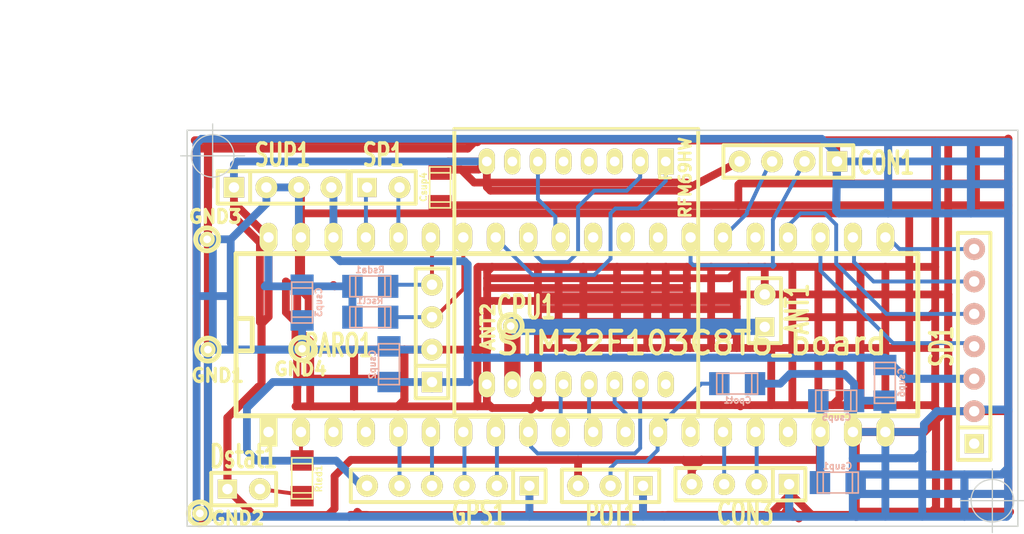
<source format=kicad_pcb>
(kicad_pcb (version 4) (host pcbnew "(2015-01-16 BZR 5376)-product")

  (general
    (links 74)
    (no_connects 2)
    (area 117.949999 88.949999 183.050001 120.050001)
    (thickness 1.6)
    (drawings 16)
    (tracks 581)
    (zones 0)
    (modules 27)
    (nets 46)
  )

  (page A4)
  (layers
    (0 F.Cu signal)
    (31 B.Cu signal)
    (32 B.Adhes user)
    (33 F.Adhes user)
    (34 B.Paste user)
    (35 F.Paste user)
    (36 B.SilkS user)
    (37 F.SilkS user)
    (38 B.Mask user)
    (39 F.Mask user)
    (40 Dwgs.User user)
    (41 Cmts.User user)
    (42 Eco1.User user)
    (43 Eco2.User user)
    (44 Edge.Cuts user)
    (45 Margin user)
    (46 B.CrtYd user)
    (47 F.CrtYd user)
    (48 B.Fab user)
    (49 F.Fab user)
  )

  (setup
    (last_trace_width 0.3048)
    (trace_clearance 0.254)
    (zone_clearance 0.254)
    (zone_45_only yes)
    (trace_min 0.254)
    (segment_width 0.2)
    (edge_width 0.1)
    (via_size 0.889)
    (via_drill 0.635)
    (via_min_size 0.889)
    (via_min_drill 0.508)
    (uvia_size 0.508)
    (uvia_drill 0.127)
    (uvias_allowed no)
    (uvia_min_size 0.508)
    (uvia_min_drill 0.127)
    (pcb_text_width 0.3)
    (pcb_text_size 1.5 1.5)
    (mod_edge_width 0.15)
    (mod_text_size 1 1)
    (mod_text_width 0.15)
    (pad_size 1.5 1.5)
    (pad_drill 0.6)
    (pad_to_mask_clearance 0.1)
    (aux_axis_origin 118 89)
    (grid_origin 118 89)
    (visible_elements FFFFFF7F)
    (pcbplotparams
      (layerselection 0x010f0_80000001)
      (usegerberextensions false)
      (excludeedgelayer true)
      (linewidth 0.100000)
      (plotframeref false)
      (viasonmask false)
      (mode 1)
      (useauxorigin false)
      (hpglpennumber 1)
      (hpglpenspeed 20)
      (hpglpendiameter 15)
      (hpglpenoverlay 2)
      (psnegative false)
      (psa4output false)
      (plotreference true)
      (plotvalue true)
      (plotinvisibletext true)
      (padsonsilk false)
      (subtractmaskfromsilk true)
      (outputformat 1)
      (mirror false)
      (drillshape 0)
      (scaleselection 1)
      (outputdirectory ""))
  )

  (net 0 "")
  (net 1 +5V)
  (net 2 GND)
  (net 3 /SCL)
  (net 4 /SDA)
  (net 5 /CON1.RXD)
  (net 6 /CON1.TXD)
  (net 7 +3.3V)
  (net 8 /CON3.RXD)
  (net 9 /CON3.TXD)
  (net 10 "Net-(CPU1-Pad1)")
  (net 11 "Net-(CPU1-Pad2)")
  (net 12 "Net-(CPU1-Pad3)")
  (net 13 "Net-(CPU1-Pad4)")
  (net 14 /GPS.Enable)
  (net 15 /GPS.PPS)
  (net 16 /GPS.TXD)
  (net 17 /GPS.RXD)
  (net 18 /RF.SS)
  (net 19 /RF.SCK)
  (net 20 /RF.MISO)
  (net 21 /RF.MOSI)
  (net 22 "Net-(CPU1-Pad14)")
  (net 23 "Net-(CPU1-Pad17)")
  (net 24 /SD.CS)
  (net 25 /SD.SCK)
  (net 26 /SD.MOSI)
  (net 27 /SD.MISO)
  (net 28 "Net-(CPU1-Pad25)")
  (net 29 "Net-(CPU1-Pad28)")
  (net 30 "Net-(CPU1-Pad29)")
  (net 31 "Net-(CPU1-Pad30)")
  (net 32 /RF.DIO4)
  (net 33 /RF.DIO0)
  (net 34 /RF.RESET)
  (net 35 "Net-(CPU1-Pad36)")
  (net 36 "Net-(CPU1-Pad37)")
  (net 37 "Net-(Dstat1-Pad2)")
  (net 38 "Net-(RF1-Pad16)")
  (net 39 "Net-(RF1-Pad7)")
  (net 40 "Net-(RF1-Pad5)")
  (net 41 "Net-(RF1-Pad4)")
  (net 42 "Net-(RF1-Pad3)")
  (net 43 "Net-(SD1-Pad1)")
  (net 44 /POT)
  (net 45 "Net-(ANT1-Pad1)")

  (net_class Default "This is the default net class."
    (clearance 0.254)
    (trace_width 0.3048)
    (via_dia 0.889)
    (via_drill 0.635)
    (uvia_dia 0.508)
    (uvia_drill 0.127)
    (add_net /CON1.RXD)
    (add_net /CON1.TXD)
    (add_net /CON3.RXD)
    (add_net /CON3.TXD)
    (add_net /GPS.Enable)
    (add_net /GPS.PPS)
    (add_net /GPS.RXD)
    (add_net /GPS.TXD)
    (add_net /POT)
    (add_net /RF.DIO0)
    (add_net /RF.DIO4)
    (add_net /RF.MISO)
    (add_net /RF.MOSI)
    (add_net /RF.RESET)
    (add_net /RF.SCK)
    (add_net /RF.SS)
    (add_net /SCL)
    (add_net /SD.CS)
    (add_net /SD.MISO)
    (add_net /SD.MOSI)
    (add_net /SD.SCK)
    (add_net /SDA)
    (add_net "Net-(CPU1-Pad1)")
    (add_net "Net-(CPU1-Pad14)")
    (add_net "Net-(CPU1-Pad17)")
    (add_net "Net-(CPU1-Pad2)")
    (add_net "Net-(CPU1-Pad25)")
    (add_net "Net-(CPU1-Pad28)")
    (add_net "Net-(CPU1-Pad29)")
    (add_net "Net-(CPU1-Pad3)")
    (add_net "Net-(CPU1-Pad30)")
    (add_net "Net-(CPU1-Pad36)")
    (add_net "Net-(CPU1-Pad37)")
    (add_net "Net-(CPU1-Pad4)")
    (add_net "Net-(Dstat1-Pad2)")
    (add_net "Net-(RF1-Pad16)")
    (add_net "Net-(RF1-Pad3)")
    (add_net "Net-(RF1-Pad4)")
    (add_net "Net-(RF1-Pad5)")
    (add_net "Net-(RF1-Pad7)")
    (add_net "Net-(SD1-Pad1)")
  )

  (net_class Power ""
    (clearance 0.3048)
    (trace_width 0.6096)
    (via_dia 0.889)
    (via_drill 0.635)
    (uvia_dia 0.508)
    (uvia_drill 0.127)
    (add_net +3.3V)
    (add_net +5V)
    (add_net GND)
  )

  (net_class Thick ""
    (clearance 0.3048)
    (trace_width 1.27)
    (via_dia 0.889)
    (via_drill 0.635)
    (uvia_dia 0.508)
    (uvia_drill 0.127)
    (add_net "Net-(ANT1-Pad1)")
  )

  (module connect:SIL-4 (layer F.Cu) (tedit 5585779D) (tstamp 557CB1C4)
    (at 137.16 104.902 90)
    (descr "Connecteur 4 pibs")
    (tags "CONN DEV")
    (path /557894B8)
    (fp_text reference BARO1 (at -0.9525 -7.3025 180) (layer F.SilkS)
      (effects (font (size 1.73482 1.08712) (thickness 0.3048)))
    )
    (fp_text value BMP180 (at 0 -2.54 90) (layer F.SilkS) hide
      (effects (font (size 0.127 0.127) (thickness 0.00254)))
    )
    (fp_line (start -5.08 -1.27) (end -5.08 -1.27) (layer F.SilkS) (width 0.3048))
    (fp_line (start -5.08 1.27) (end -5.08 -1.27) (layer F.SilkS) (width 0.3048))
    (fp_line (start -5.08 -1.27) (end -5.08 -1.27) (layer F.SilkS) (width 0.3048))
    (fp_line (start -5.08 -1.27) (end 5.08 -1.27) (layer F.SilkS) (width 0.3048))
    (fp_line (start 5.08 -1.27) (end 5.08 1.27) (layer F.SilkS) (width 0.3048))
    (fp_line (start 5.08 1.27) (end -5.08 1.27) (layer F.SilkS) (width 0.3048))
    (fp_line (start -2.54 1.27) (end -2.54 -1.27) (layer F.SilkS) (width 0.3048))
    (pad 1 thru_hole rect (at -3.81 0 90) (size 1.6002 1.6002) (drill 0.8128) (layers *.Cu *.Mask F.SilkS)
      (net 1 +5V))
    (pad 2 thru_hole circle (at -1.27 0 90) (size 1.69926 1.69926) (drill 0.8128) (layers *.Cu *.Mask F.SilkS)
      (net 2 GND))
    (pad 3 thru_hole circle (at 1.27 0 90) (size 1.69926 1.69926) (drill 0.8128) (layers *.Cu *.Mask F.SilkS)
      (net 3 /SCL))
    (pad 4 thru_hole circle (at 3.81 0 90) (size 1.69926 1.69926) (drill 0.8128) (layers *.Cu *.Mask F.SilkS)
      (net 4 /SDA))
  )

  (module connect:SIL-4 (layer F.Cu) (tedit 557DC42B) (tstamp 557C9C58)
    (at 165.0408 91.4384 180)
    (descr "Connecteur 4 pibs")
    (tags "CONN DEV")
    (path /557C659B)
    (fp_text reference CON1 (at -7.62 -0.127 180) (layer F.SilkS)
      (effects (font (size 1.73482 1.08712) (thickness 0.3048)))
    )
    (fp_text value CONS/BT (at 0 -2.54 180) (layer F.SilkS) hide
      (effects (font (size 0.127 0.127) (thickness 0.00254)))
    )
    (fp_line (start -5.08 -1.27) (end -5.08 -1.27) (layer F.SilkS) (width 0.3048))
    (fp_line (start -5.08 1.27) (end -5.08 -1.27) (layer F.SilkS) (width 0.3048))
    (fp_line (start -5.08 -1.27) (end -5.08 -1.27) (layer F.SilkS) (width 0.3048))
    (fp_line (start -5.08 -1.27) (end 5.08 -1.27) (layer F.SilkS) (width 0.3048))
    (fp_line (start 5.08 -1.27) (end 5.08 1.27) (layer F.SilkS) (width 0.3048))
    (fp_line (start 5.08 1.27) (end -5.08 1.27) (layer F.SilkS) (width 0.3048))
    (fp_line (start -2.54 1.27) (end -2.54 -1.27) (layer F.SilkS) (width 0.3048))
    (pad 1 thru_hole rect (at -3.81 0 180) (size 1.6002 1.6002) (drill 0.8128) (layers *.Cu *.Mask F.SilkS)
      (net 2 GND))
    (pad 2 thru_hole circle (at -1.27 0 180) (size 1.69926 1.69926) (drill 0.8128) (layers *.Cu *.Mask F.SilkS)
      (net 5 /CON1.RXD))
    (pad 3 thru_hole circle (at 1.27 0 180) (size 1.69926 1.69926) (drill 0.8128) (layers *.Cu *.Mask F.SilkS)
      (net 6 /CON1.TXD))
    (pad 4 thru_hole circle (at 3.81 0 180) (size 1.69926 1.69926) (drill 0.8128) (layers *.Cu *.Mask F.SilkS)
      (net 7 +3.3V))
  )

  (module connect:SIL-4 (layer F.Cu) (tedit 5585664D) (tstamp 557C9C60)
    (at 161.29 116.713 180)
    (descr "Connecteur 4 pibs")
    (tags "CONN DEV")
    (path /557C85B1)
    (fp_text reference CON3 (at -0.381 -2.286 180) (layer F.SilkS)
      (effects (font (size 1.73482 1.08712) (thickness 0.3048)))
    )
    (fp_text value CONS/BT (at 0 -2.54 180) (layer F.SilkS) hide
      (effects (font (size 0.127 0.127) (thickness 0.00254)))
    )
    (fp_line (start -5.08 -1.27) (end -5.08 -1.27) (layer F.SilkS) (width 0.3048))
    (fp_line (start -5.08 1.27) (end -5.08 -1.27) (layer F.SilkS) (width 0.3048))
    (fp_line (start -5.08 -1.27) (end -5.08 -1.27) (layer F.SilkS) (width 0.3048))
    (fp_line (start -5.08 -1.27) (end 5.08 -1.27) (layer F.SilkS) (width 0.3048))
    (fp_line (start 5.08 -1.27) (end 5.08 1.27) (layer F.SilkS) (width 0.3048))
    (fp_line (start 5.08 1.27) (end -5.08 1.27) (layer F.SilkS) (width 0.3048))
    (fp_line (start -2.54 1.27) (end -2.54 -1.27) (layer F.SilkS) (width 0.3048))
    (pad 1 thru_hole rect (at -3.81 0 180) (size 1.6002 1.6002) (drill 0.8128) (layers *.Cu *.Mask F.SilkS)
      (net 2 GND))
    (pad 2 thru_hole circle (at -1.27 0 180) (size 1.69926 1.69926) (drill 0.8128) (layers *.Cu *.Mask F.SilkS)
      (net 8 /CON3.RXD))
    (pad 3 thru_hole circle (at 1.27 0 180) (size 1.69926 1.69926) (drill 0.8128) (layers *.Cu *.Mask F.SilkS)
      (net 9 /CON3.TXD))
    (pad 4 thru_hole circle (at 3.81 0 180) (size 1.69926 1.69926) (drill 0.8128) (layers *.Cu *.Mask F.SilkS)
      (net 7 +3.3V))
  )

  (module dip_sockets:DIP-40__600_ELL (layer F.Cu) (tedit 557DBCCB) (tstamp 557C9C8C)
    (at 148.5011 105.0036)
    (descr "Module Dil 40 pins, pads elliptiques, e=600 mils")
    (tags DIL)
    (path /55788792)
    (fp_text reference CPU1 (at -3.9751 -2.1336) (layer F.SilkS)
      (effects (font (size 1.778 1.143) (thickness 0.3048)))
    )
    (fp_text value STM32F103C8T6_board (at 8.9789 0.6604) (layer F.SilkS)
      (effects (font (size 1.778 1.778) (thickness 0.3048)))
    )
    (fp_line (start -26.67 -1.27) (end -25.4 -1.27) (layer F.SilkS) (width 0.381))
    (fp_line (start -25.4 -1.27) (end -25.4 1.27) (layer F.SilkS) (width 0.381))
    (fp_line (start -25.4 1.27) (end -26.67 1.27) (layer F.SilkS) (width 0.381))
    (fp_line (start -26.67 -6.35) (end 26.67 -6.35) (layer F.SilkS) (width 0.381))
    (fp_line (start 26.67 -6.35) (end 26.67 6.35) (layer F.SilkS) (width 0.381))
    (fp_line (start 26.67 6.35) (end -26.67 6.35) (layer F.SilkS) (width 0.381))
    (fp_line (start -26.67 6.35) (end -26.67 -6.35) (layer F.SilkS) (width 0.381))
    (pad 1 thru_hole rect (at -24.13 7.62) (size 1.397 2.286) (drill 0.8128) (layers *.Cu *.Mask F.SilkS)
      (net 10 "Net-(CPU1-Pad1)"))
    (pad 2 thru_hole oval (at -21.59 7.62) (size 1.397 2.286) (drill 0.8128) (layers *.Cu *.Mask F.SilkS)
      (net 11 "Net-(CPU1-Pad2)"))
    (pad 3 thru_hole oval (at -19.05 7.62) (size 1.397 2.286) (drill 0.8128) (layers *.Cu *.Mask F.SilkS)
      (net 12 "Net-(CPU1-Pad3)"))
    (pad 4 thru_hole oval (at -16.51 7.62) (size 1.397 2.286) (drill 0.8128) (layers *.Cu *.Mask F.SilkS)
      (net 13 "Net-(CPU1-Pad4)"))
    (pad 5 thru_hole oval (at -13.97 7.62) (size 1.397 2.286) (drill 0.8128) (layers *.Cu *.Mask F.SilkS)
      (net 14 /GPS.Enable))
    (pad 6 thru_hole oval (at -11.43 7.62) (size 1.397 2.286) (drill 0.8128) (layers *.Cu *.Mask F.SilkS)
      (net 15 /GPS.PPS))
    (pad 7 thru_hole oval (at -8.89 7.62) (size 1.397 2.286) (drill 0.8128) (layers *.Cu *.Mask F.SilkS)
      (net 16 /GPS.TXD))
    (pad 8 thru_hole oval (at -6.35 7.62) (size 1.397 2.286) (drill 0.8128) (layers *.Cu *.Mask F.SilkS)
      (net 17 /GPS.RXD))
    (pad 9 thru_hole oval (at -3.81 7.62) (size 1.397 2.286) (drill 0.8128) (layers *.Cu *.Mask F.SilkS)
      (net 18 /RF.SS))
    (pad 10 thru_hole oval (at -1.27 7.62) (size 1.397 2.286) (drill 0.8128) (layers *.Cu *.Mask F.SilkS)
      (net 19 /RF.SCK))
    (pad 11 thru_hole oval (at 1.27 7.62) (size 1.397 2.286) (drill 0.8128) (layers *.Cu *.Mask F.SilkS)
      (net 20 /RF.MISO))
    (pad 12 thru_hole oval (at 3.81 7.62) (size 1.397 2.286) (drill 0.8128) (layers *.Cu *.Mask F.SilkS)
      (net 21 /RF.MOSI))
    (pad 13 thru_hole oval (at 6.35 7.62) (size 1.397 2.286) (drill 0.8128) (layers *.Cu *.Mask F.SilkS)
      (net 44 /POT))
    (pad 14 thru_hole oval (at 8.89 7.62) (size 1.397 2.286) (drill 0.8128) (layers *.Cu *.Mask F.SilkS)
      (net 22 "Net-(CPU1-Pad14)"))
    (pad 15 thru_hole oval (at 11.43 7.62) (size 1.397 2.286) (drill 0.8128) (layers *.Cu *.Mask F.SilkS)
      (net 9 /CON3.TXD))
    (pad 16 thru_hole oval (at 13.97 7.62) (size 1.397 2.286) (drill 0.8128) (layers *.Cu *.Mask F.SilkS)
      (net 8 /CON3.RXD))
    (pad 17 thru_hole oval (at 16.51 7.62) (size 1.397 2.286) (drill 0.8128) (layers *.Cu *.Mask F.SilkS)
      (net 23 "Net-(CPU1-Pad17)"))
    (pad 18 thru_hole oval (at 19.05 7.62) (size 1.397 2.286) (drill 0.8128) (layers *.Cu *.Mask F.SilkS)
      (net 7 +3.3V))
    (pad 19 thru_hole oval (at 21.59 7.62) (size 1.397 2.286) (drill 0.8128) (layers *.Cu *.Mask F.SilkS)
      (net 2 GND))
    (pad 20 thru_hole oval (at 24.13 7.62) (size 1.397 2.286) (drill 0.8128) (layers *.Cu *.Mask F.SilkS)
      (net 2 GND))
    (pad 21 thru_hole oval (at 24.13 -7.62) (size 1.397 2.286) (drill 0.8128) (layers *.Cu *.Mask F.SilkS)
      (net 24 /SD.CS))
    (pad 22 thru_hole oval (at 21.59 -7.62) (size 1.397 2.286) (drill 0.8128) (layers *.Cu *.Mask F.SilkS)
      (net 25 /SD.SCK))
    (pad 23 thru_hole oval (at 19.05 -7.62) (size 1.397 2.286) (drill 0.8128) (layers *.Cu *.Mask F.SilkS)
      (net 27 /SD.MISO))
    (pad 24 thru_hole oval (at 16.51 -7.62) (size 1.397 2.286) (drill 0.8128) (layers *.Cu *.Mask F.SilkS)
      (net 26 /SD.MOSI))
    (pad 25 thru_hole oval (at 13.97 -7.62) (size 1.397 2.286) (drill 0.8128) (layers *.Cu *.Mask F.SilkS)
      (net 28 "Net-(CPU1-Pad25)"))
    (pad 26 thru_hole oval (at 11.43 -7.62) (size 1.397 2.286) (drill 0.8128) (layers *.Cu *.Mask F.SilkS)
      (net 6 /CON1.TXD))
    (pad 27 thru_hole oval (at 8.89 -7.62) (size 1.397 2.286) (drill 0.8128) (layers *.Cu *.Mask F.SilkS)
      (net 5 /CON1.RXD))
    (pad 28 thru_hole oval (at 6.35 -7.62) (size 1.397 2.286) (drill 0.8128) (layers *.Cu *.Mask F.SilkS)
      (net 29 "Net-(CPU1-Pad28)"))
    (pad 29 thru_hole oval (at 3.81 -7.62) (size 1.397 2.286) (drill 0.8128) (layers *.Cu *.Mask F.SilkS)
      (net 30 "Net-(CPU1-Pad29)"))
    (pad 30 thru_hole oval (at 1.27 -7.62) (size 1.397 2.286) (drill 0.8128) (layers *.Cu *.Mask F.SilkS)
      (net 31 "Net-(CPU1-Pad30)"))
    (pad 31 thru_hole oval (at -1.27 -7.62) (size 1.397 2.286) (drill 0.8128) (layers *.Cu *.Mask F.SilkS)
      (net 32 /RF.DIO4))
    (pad 32 thru_hole oval (at -3.81 -7.62) (size 1.397 2.286) (drill 0.8128) (layers *.Cu *.Mask F.SilkS)
      (net 33 /RF.DIO0))
    (pad 33 thru_hole oval (at -6.35 -7.62) (size 1.397 2.286) (drill 0.8128) (layers *.Cu *.Mask F.SilkS)
      (net 34 /RF.RESET))
    (pad 34 thru_hole oval (at -8.89 -7.62) (size 1.397 2.286) (drill 0.8128) (layers *.Cu *.Mask F.SilkS)
      (net 3 /SCL))
    (pad 35 thru_hole oval (at -11.43 -7.62) (size 1.397 2.286) (drill 0.8128) (layers *.Cu *.Mask F.SilkS)
      (net 4 /SDA))
    (pad 36 thru_hole oval (at -13.97 -7.62) (size 1.397 2.286) (drill 0.8128) (layers *.Cu *.Mask F.SilkS)
      (net 35 "Net-(CPU1-Pad36)"))
    (pad 37 thru_hole oval (at -16.51 -7.62) (size 1.397 2.286) (drill 0.8128) (layers *.Cu *.Mask F.SilkS)
      (net 36 "Net-(CPU1-Pad37)"))
    (pad 38 thru_hole oval (at -19.05 -7.62) (size 1.397 2.286) (drill 0.8128) (layers *.Cu *.Mask F.SilkS)
      (net 1 +5V))
    (pad 39 thru_hole oval (at -21.59 -7.62) (size 1.397 2.286) (drill 0.8128) (layers *.Cu *.Mask F.SilkS)
      (net 2 GND))
    (pad 40 thru_hole oval (at -24.13 -7.62) (size 1.397 2.286) (drill 0.8128) (layers *.Cu *.Mask F.SilkS)
      (net 7 +3.3V))
    (model dil\dil_40-w600.wrl
      (at (xyz 0 0 0))
      (scale (xyz 1 1 1))
      (rotate (xyz 0 0 0))
    )
  )

  (module smd_capacitors:c_1206 (layer B.Cu) (tedit 490473F0) (tstamp 557C9C92)
    (at 168.91 116.586 180)
    (descr "SMT capacitor, 1206")
    (path /557C68FE)
    (fp_text reference Csup1 (at 0.0254 1.2954 180) (layer B.SilkS)
      (effects (font (size 0.50038 0.50038) (thickness 0.11938)) (justify mirror))
    )
    (fp_text value 100nF (at 0 -1.27 180) (layer B.SilkS) hide
      (effects (font (size 0.50038 0.50038) (thickness 0.11938)) (justify mirror))
    )
    (fp_line (start 1.143 -0.8128) (end 1.143 0.8128) (layer B.SilkS) (width 0.127))
    (fp_line (start -1.143 0.8128) (end -1.143 -0.8128) (layer B.SilkS) (width 0.127))
    (fp_line (start -1.6002 0.8128) (end -1.6002 -0.8128) (layer B.SilkS) (width 0.127))
    (fp_line (start -1.6002 -0.8128) (end 1.6002 -0.8128) (layer B.SilkS) (width 0.127))
    (fp_line (start 1.6002 -0.8128) (end 1.6002 0.8128) (layer B.SilkS) (width 0.127))
    (fp_line (start 1.6002 0.8128) (end -1.6002 0.8128) (layer B.SilkS) (width 0.127))
    (pad 1 smd rect (at 1.397 0 180) (size 1.6002 1.8034) (layers B.Cu B.Paste B.Mask)
      (net 7 +3.3V))
    (pad 2 smd rect (at -1.397 0 180) (size 1.6002 1.8034) (layers B.Cu B.Paste B.Mask)
      (net 2 GND))
    (model smd/capacitors/c_1206.wrl
      (at (xyz 0 0 0))
      (scale (xyz 1 1 1))
      (rotate (xyz 0 0 0))
    )
  )

  (module smd_capacitors:c_1206 (layer B.Cu) (tedit 490473F0) (tstamp 557C9C98)
    (at 133.7945 107.315 270)
    (descr "SMT capacitor, 1206")
    (path /557C777E)
    (fp_text reference Csup2 (at 0.0254 1.2954 270) (layer B.SilkS)
      (effects (font (size 0.50038 0.50038) (thickness 0.11938)) (justify mirror))
    )
    (fp_text value 100nF (at 0 -1.27 270) (layer B.SilkS) hide
      (effects (font (size 0.50038 0.50038) (thickness 0.11938)) (justify mirror))
    )
    (fp_line (start 1.143 -0.8128) (end 1.143 0.8128) (layer B.SilkS) (width 0.127))
    (fp_line (start -1.143 0.8128) (end -1.143 -0.8128) (layer B.SilkS) (width 0.127))
    (fp_line (start -1.6002 0.8128) (end -1.6002 -0.8128) (layer B.SilkS) (width 0.127))
    (fp_line (start -1.6002 -0.8128) (end 1.6002 -0.8128) (layer B.SilkS) (width 0.127))
    (fp_line (start 1.6002 -0.8128) (end 1.6002 0.8128) (layer B.SilkS) (width 0.127))
    (fp_line (start 1.6002 0.8128) (end -1.6002 0.8128) (layer B.SilkS) (width 0.127))
    (pad 1 smd rect (at 1.397 0 270) (size 1.6002 1.8034) (layers B.Cu B.Paste B.Mask)
      (net 1 +5V))
    (pad 2 smd rect (at -1.397 0 270) (size 1.6002 1.8034) (layers B.Cu B.Paste B.Mask)
      (net 2 GND))
    (model smd/capacitors/c_1206.wrl
      (at (xyz 0 0 0))
      (scale (xyz 1 1 1))
      (rotate (xyz 0 0 0))
    )
  )

  (module smd_capacitors:c_1206 (layer B.Cu) (tedit 490473F0) (tstamp 557C9C9E)
    (at 127 102.489 90)
    (descr "SMT capacitor, 1206")
    (path /557C781B)
    (fp_text reference Csup3 (at 0.0254 1.2954 90) (layer B.SilkS)
      (effects (font (size 0.50038 0.50038) (thickness 0.11938)) (justify mirror))
    )
    (fp_text value 100nF (at 0 -1.27 90) (layer B.SilkS) hide
      (effects (font (size 0.50038 0.50038) (thickness 0.11938)) (justify mirror))
    )
    (fp_line (start 1.143 -0.8128) (end 1.143 0.8128) (layer B.SilkS) (width 0.127))
    (fp_line (start -1.143 0.8128) (end -1.143 -0.8128) (layer B.SilkS) (width 0.127))
    (fp_line (start -1.6002 0.8128) (end -1.6002 -0.8128) (layer B.SilkS) (width 0.127))
    (fp_line (start -1.6002 -0.8128) (end 1.6002 -0.8128) (layer B.SilkS) (width 0.127))
    (fp_line (start 1.6002 -0.8128) (end 1.6002 0.8128) (layer B.SilkS) (width 0.127))
    (fp_line (start 1.6002 0.8128) (end -1.6002 0.8128) (layer B.SilkS) (width 0.127))
    (pad 1 smd rect (at 1.397 0 90) (size 1.6002 1.8034) (layers B.Cu B.Paste B.Mask)
      (net 7 +3.3V))
    (pad 2 smd rect (at -1.397 0 90) (size 1.6002 1.8034) (layers B.Cu B.Paste B.Mask)
      (net 2 GND))
    (model smd/capacitors/c_1206.wrl
      (at (xyz 0 0 0))
      (scale (xyz 1 1 1))
      (rotate (xyz 0 0 0))
    )
  )

  (module smd_capacitors:c_1206 (layer F.Cu) (tedit 490473F0) (tstamp 557C9CA4)
    (at 137.795 93.472 90)
    (descr "SMT capacitor, 1206")
    (path /557CB24C)
    (fp_text reference Csup4 (at 0.0254 -1.2954 90) (layer F.SilkS)
      (effects (font (size 0.50038 0.50038) (thickness 0.11938)))
    )
    (fp_text value 100nF (at 0 1.27 90) (layer F.SilkS) hide
      (effects (font (size 0.50038 0.50038) (thickness 0.11938)))
    )
    (fp_line (start 1.143 0.8128) (end 1.143 -0.8128) (layer F.SilkS) (width 0.127))
    (fp_line (start -1.143 -0.8128) (end -1.143 0.8128) (layer F.SilkS) (width 0.127))
    (fp_line (start -1.6002 -0.8128) (end -1.6002 0.8128) (layer F.SilkS) (width 0.127))
    (fp_line (start -1.6002 0.8128) (end 1.6002 0.8128) (layer F.SilkS) (width 0.127))
    (fp_line (start 1.6002 0.8128) (end 1.6002 -0.8128) (layer F.SilkS) (width 0.127))
    (fp_line (start 1.6002 -0.8128) (end -1.6002 -0.8128) (layer F.SilkS) (width 0.127))
    (pad 1 smd rect (at 1.397 0 90) (size 1.6002 1.8034) (layers F.Cu F.Paste F.Mask)
      (net 7 +3.3V))
    (pad 2 smd rect (at -1.397 0 90) (size 1.6002 1.8034) (layers F.Cu F.Paste F.Mask)
      (net 2 GND))
    (model smd/capacitors/c_1206.wrl
      (at (xyz 0 0 0))
      (scale (xyz 1 1 1))
      (rotate (xyz 0 0 0))
    )
  )

  (module connect:SIL-2 (layer F.Cu) (tedit 4E4BE10C) (tstamp 557C9CAA)
    (at 122.428 117.094)
    (descr "Connecteurs 2 pins")
    (tags "CONN DEV")
    (path /55788894)
    (fp_text reference Dstat1 (at 0 -2.54) (layer F.SilkS)
      (effects (font (size 1.72974 1.08712) (thickness 0.3048)))
    )
    (fp_text value LED (at 0 -2.54) (layer F.SilkS) hide
      (effects (font (size 0.127 0.127) (thickness 0.03048)))
    )
    (fp_line (start -2.54 1.27) (end -2.54 -1.27) (layer F.SilkS) (width 0.3048))
    (fp_line (start -2.54 -1.27) (end 2.54 -1.27) (layer F.SilkS) (width 0.3048))
    (fp_line (start 2.54 -1.27) (end 2.54 1.27) (layer F.SilkS) (width 0.3048))
    (fp_line (start 2.54 1.27) (end -2.54 1.27) (layer F.SilkS) (width 0.3048))
    (pad 1 thru_hole rect (at -1.27 0) (size 1.50114 1.50114) (drill 0.8128) (layers *.Cu *.Mask F.SilkS)
      (net 7 +3.3V))
    (pad 2 thru_hole circle (at 1.27 0) (size 1.69926 1.69926) (drill 0.8128) (layers *.Cu *.Mask F.SilkS)
      (net 37 "Net-(Dstat1-Pad2)"))
  )

  (module connect:SIL-6 (layer F.Cu) (tedit 55856645) (tstamp 557C9CB4)
    (at 138.43 116.84 180)
    (descr "Connecteur 6 pins")
    (tags "CONN DEV")
    (path /55788D89)
    (fp_text reference GPS1 (at -2.413 -2.159 180) (layer F.SilkS)
      (effects (font (size 1.72974 1.08712) (thickness 0.3048)))
    )
    (fp_text value VK16U6 (at 0 -2.54 180) (layer F.SilkS) hide
      (effects (font (size 1.524 1.016) (thickness 0.3048)))
    )
    (fp_line (start -7.62 1.27) (end -7.62 -1.27) (layer F.SilkS) (width 0.3048))
    (fp_line (start -7.62 -1.27) (end 7.62 -1.27) (layer F.SilkS) (width 0.3048))
    (fp_line (start 7.62 -1.27) (end 7.62 1.27) (layer F.SilkS) (width 0.3048))
    (fp_line (start 7.62 1.27) (end -7.62 1.27) (layer F.SilkS) (width 0.3048))
    (fp_line (start -5.08 1.27) (end -5.08 -1.27) (layer F.SilkS) (width 0.3048))
    (pad 1 thru_hole rect (at -6.35 0 180) (size 1.50114 1.50114) (drill 0.8128) (layers *.Cu *.Mask F.SilkS)
      (net 2 GND))
    (pad 2 thru_hole circle (at -3.81 0 180) (size 1.69926 1.69926) (drill 0.8128) (layers *.Cu *.Mask F.SilkS)
      (net 17 /GPS.RXD))
    (pad 3 thru_hole circle (at -1.27 0 180) (size 1.69926 1.69926) (drill 0.8128) (layers *.Cu *.Mask F.SilkS)
      (net 16 /GPS.TXD))
    (pad 4 thru_hole circle (at 1.27 0 180) (size 1.69926 1.69926) (drill 0.8128) (layers *.Cu *.Mask F.SilkS)
      (net 15 /GPS.PPS))
    (pad 5 thru_hole circle (at 3.81 0 180) (size 1.69926 1.69926) (drill 0.8128) (layers *.Cu *.Mask F.SilkS)
      (net 14 /GPS.Enable))
    (pad 6 thru_hole circle (at 6.35 0 180) (size 1.69926 1.69926) (drill 0.8128) (layers *.Cu *.Mask F.SilkS)
      (net 1 +5V))
  )

  (module smd_capacitors:c_1206 (layer F.Cu) (tedit 490473F0) (tstamp 557C9CD7)
    (at 127 116.25 270)
    (descr "SMT capacitor, 1206")
    (path /55788963)
    (fp_text reference Rled1 (at 0.0254 -1.2954 270) (layer F.SilkS)
      (effects (font (size 0.50038 0.50038) (thickness 0.11938)))
    )
    (fp_text value 500 (at 0 1.27 270) (layer F.SilkS) hide
      (effects (font (size 0.50038 0.50038) (thickness 0.11938)))
    )
    (fp_line (start 1.143 0.8128) (end 1.143 -0.8128) (layer F.SilkS) (width 0.127))
    (fp_line (start -1.143 -0.8128) (end -1.143 0.8128) (layer F.SilkS) (width 0.127))
    (fp_line (start -1.6002 -0.8128) (end -1.6002 0.8128) (layer F.SilkS) (width 0.127))
    (fp_line (start -1.6002 0.8128) (end 1.6002 0.8128) (layer F.SilkS) (width 0.127))
    (fp_line (start 1.6002 0.8128) (end 1.6002 -0.8128) (layer F.SilkS) (width 0.127))
    (fp_line (start 1.6002 -0.8128) (end -1.6002 -0.8128) (layer F.SilkS) (width 0.127))
    (pad 1 smd rect (at 1.397 0 270) (size 1.6002 1.8034) (layers F.Cu F.Paste F.Mask)
      (net 37 "Net-(Dstat1-Pad2)"))
    (pad 2 smd rect (at -1.397 0 270) (size 1.6002 1.8034) (layers F.Cu F.Paste F.Mask)
      (net 11 "Net-(CPU1-Pad2)"))
    (model smd/capacitors/c_1206.wrl
      (at (xyz 0 0 0))
      (scale (xyz 1 1 1))
      (rotate (xyz 0 0 0))
    )
  )

  (module smd_capacitors:c_1206 (layer B.Cu) (tedit 490473F0) (tstamp 557C9CDD)
    (at 132.334 103.632 180)
    (descr "SMT capacitor, 1206")
    (path /55789830)
    (fp_text reference Rscl1 (at 0.0254 1.2954 180) (layer B.SilkS)
      (effects (font (size 0.50038 0.50038) (thickness 0.11938)) (justify mirror))
    )
    (fp_text value 10K (at 0 -1.27 180) (layer B.SilkS) hide
      (effects (font (size 0.50038 0.50038) (thickness 0.11938)) (justify mirror))
    )
    (fp_line (start 1.143 -0.8128) (end 1.143 0.8128) (layer B.SilkS) (width 0.127))
    (fp_line (start -1.143 0.8128) (end -1.143 -0.8128) (layer B.SilkS) (width 0.127))
    (fp_line (start -1.6002 0.8128) (end -1.6002 -0.8128) (layer B.SilkS) (width 0.127))
    (fp_line (start -1.6002 -0.8128) (end 1.6002 -0.8128) (layer B.SilkS) (width 0.127))
    (fp_line (start 1.6002 -0.8128) (end 1.6002 0.8128) (layer B.SilkS) (width 0.127))
    (fp_line (start 1.6002 0.8128) (end -1.6002 0.8128) (layer B.SilkS) (width 0.127))
    (pad 1 smd rect (at 1.397 0 180) (size 1.6002 1.8034) (layers B.Cu B.Paste B.Mask)
      (net 7 +3.3V))
    (pad 2 smd rect (at -1.397 0 180) (size 1.6002 1.8034) (layers B.Cu B.Paste B.Mask)
      (net 3 /SCL))
    (model smd/capacitors/c_1206.wrl
      (at (xyz 0 0 0))
      (scale (xyz 1 1 1))
      (rotate (xyz 0 0 0))
    )
  )

  (module smd_capacitors:c_1206 (layer B.Cu) (tedit 490473F0) (tstamp 557C9CE3)
    (at 132.334 101.219 180)
    (descr "SMT capacitor, 1206")
    (path /557897C7)
    (fp_text reference Rsda1 (at 0.0254 1.2954 180) (layer B.SilkS)
      (effects (font (size 0.50038 0.50038) (thickness 0.11938)) (justify mirror))
    )
    (fp_text value 10K (at 0 -1.27 180) (layer B.SilkS) hide
      (effects (font (size 0.50038 0.50038) (thickness 0.11938)) (justify mirror))
    )
    (fp_line (start 1.143 -0.8128) (end 1.143 0.8128) (layer B.SilkS) (width 0.127))
    (fp_line (start -1.143 0.8128) (end -1.143 -0.8128) (layer B.SilkS) (width 0.127))
    (fp_line (start -1.6002 0.8128) (end -1.6002 -0.8128) (layer B.SilkS) (width 0.127))
    (fp_line (start -1.6002 -0.8128) (end 1.6002 -0.8128) (layer B.SilkS) (width 0.127))
    (fp_line (start 1.6002 -0.8128) (end 1.6002 0.8128) (layer B.SilkS) (width 0.127))
    (fp_line (start 1.6002 0.8128) (end -1.6002 0.8128) (layer B.SilkS) (width 0.127))
    (pad 1 smd rect (at 1.397 0 180) (size 1.6002 1.8034) (layers B.Cu B.Paste B.Mask)
      (net 7 +3.3V))
    (pad 2 smd rect (at -1.397 0 180) (size 1.6002 1.8034) (layers B.Cu B.Paste B.Mask)
      (net 4 /SDA))
    (model smd/capacitors/c_1206.wrl
      (at (xyz 0 0 0))
      (scale (xyz 1 1 1))
      (rotate (xyz 0 0 0))
    )
  )

  (module connect:SIL-7 (layer F.Cu) (tedit 4E4BE16F) (tstamp 557C9CEE)
    (at 179.578 105.918 90)
    (descr "Connecteur 7 pins")
    (tags "CONN DEV")
    (path /557892A9)
    (fp_text reference SD1 (at 0 -2.54 90) (layer F.SilkS)
      (effects (font (size 1.72974 1.08712) (thickness 0.3048)))
    )
    (fp_text value microSD (at 0 -2.54 90) (layer F.SilkS) hide
      (effects (font (size 1.524 1.016) (thickness 0.3048)))
    )
    (fp_line (start -8.89 -1.27) (end -8.89 -1.27) (layer F.SilkS) (width 0.3048))
    (fp_line (start -8.89 -1.27) (end 8.89 -1.27) (layer F.SilkS) (width 0.3048))
    (fp_line (start 8.89 -1.27) (end 8.89 1.27) (layer F.SilkS) (width 0.3048))
    (fp_line (start 8.89 1.27) (end -8.89 1.27) (layer F.SilkS) (width 0.3048))
    (fp_line (start -8.89 1.27) (end -8.89 -1.27) (layer F.SilkS) (width 0.3048))
    (fp_line (start -6.35 1.27) (end -6.35 1.27) (layer F.SilkS) (width 0.3048))
    (fp_line (start -6.35 1.27) (end -6.35 -1.27) (layer F.SilkS) (width 0.3048))
    (pad 1 thru_hole rect (at -7.62 0 90) (size 1.50114 1.50114) (drill 0.8128) (layers *.Cu *.Mask F.SilkS)
      (net 43 "Net-(SD1-Pad1)"))
    (pad 2 thru_hole circle (at -5.08 0 90) (size 1.69926 1.69926) (drill 0.8128) (layers *.Cu *.SilkS *.Mask)
      (net 2 GND))
    (pad 3 thru_hole circle (at -2.54 0 90) (size 1.69926 1.69926) (drill 0.8128) (layers *.Cu *.SilkS *.Mask)
      (net 1 +5V))
    (pad 4 thru_hole circle (at 0 0 90) (size 1.69926 1.69926) (drill 0.8128) (layers *.Cu *.SilkS *.Mask)
      (net 27 /SD.MISO))
    (pad 5 thru_hole circle (at 2.54 0 90) (size 1.69926 1.69926) (drill 0.8128) (layers *.Cu *.SilkS *.Mask)
      (net 26 /SD.MOSI))
    (pad 6 thru_hole circle (at 5.08 0 90) (size 1.69926 1.69926) (drill 0.8128) (layers *.Cu *.SilkS *.Mask)
      (net 25 /SD.SCK))
    (pad 7 thru_hole circle (at 7.62 0 90) (size 1.69926 1.69926) (drill 0.8128) (layers *.Cu *.SilkS *.Mask)
      (net 24 /SD.CS))
  )

  (module connect:SIL-2 (layer F.Cu) (tedit 4E4BE10C) (tstamp 557CB11E)
    (at 133.35 93.472)
    (descr "Connecteurs 2 pins")
    (tags "CONN DEV")
    (path /55789B4B)
    (fp_text reference SP1 (at 0 -2.54) (layer F.SilkS)
      (effects (font (size 1.72974 1.08712) (thickness 0.3048)))
    )
    (fp_text value BUZZER (at 0 -2.54) (layer F.SilkS) hide
      (effects (font (size 0.127 0.127) (thickness 0.03048)))
    )
    (fp_line (start -2.54 1.27) (end -2.54 -1.27) (layer F.SilkS) (width 0.3048))
    (fp_line (start -2.54 -1.27) (end 2.54 -1.27) (layer F.SilkS) (width 0.3048))
    (fp_line (start 2.54 -1.27) (end 2.54 1.27) (layer F.SilkS) (width 0.3048))
    (fp_line (start 2.54 1.27) (end -2.54 1.27) (layer F.SilkS) (width 0.3048))
    (pad 1 thru_hole rect (at -1.27 0) (size 1.50114 1.50114) (drill 0.8128) (layers *.Cu *.Mask F.SilkS)
      (net 36 "Net-(CPU1-Pad37)"))
    (pad 2 thru_hole circle (at 1.27 0) (size 1.69926 1.69926) (drill 0.8128) (layers *.Cu *.Mask F.SilkS)
      (net 35 "Net-(CPU1-Pad36)"))
  )

  (module connect:SIL-4 (layer F.Cu) (tedit 4E4BE13F) (tstamp 557CB9BC)
    (at 125.476 93.472)
    (descr "Connecteur 4 pibs")
    (tags "CONN DEV")
    (path /557CB927)
    (fp_text reference SUP1 (at 0 -2.54) (layer F.SilkS)
      (effects (font (size 1.73482 1.08712) (thickness 0.3048)))
    )
    (fp_text value 3.3/GND/5V (at 0 -2.54) (layer F.SilkS) hide
      (effects (font (size 0.127 0.127) (thickness 0.00254)))
    )
    (fp_line (start -5.08 -1.27) (end -5.08 -1.27) (layer F.SilkS) (width 0.3048))
    (fp_line (start -5.08 1.27) (end -5.08 -1.27) (layer F.SilkS) (width 0.3048))
    (fp_line (start -5.08 -1.27) (end -5.08 -1.27) (layer F.SilkS) (width 0.3048))
    (fp_line (start -5.08 -1.27) (end 5.08 -1.27) (layer F.SilkS) (width 0.3048))
    (fp_line (start 5.08 -1.27) (end 5.08 1.27) (layer F.SilkS) (width 0.3048))
    (fp_line (start 5.08 1.27) (end -5.08 1.27) (layer F.SilkS) (width 0.3048))
    (fp_line (start -2.54 1.27) (end -2.54 -1.27) (layer F.SilkS) (width 0.3048))
    (pad 1 thru_hole rect (at -3.81 0) (size 1.6002 1.6002) (drill 0.8128) (layers *.Cu *.Mask F.SilkS)
      (net 7 +3.3V))
    (pad 2 thru_hole circle (at -1.27 0) (size 1.69926 1.69926) (drill 0.8128) (layers *.Cu *.Mask F.SilkS)
      (net 2 GND))
    (pad 3 thru_hole circle (at 1.27 0) (size 1.69926 1.69926) (drill 0.8128) (layers *.Cu *.Mask F.SilkS)
      (net 2 GND))
    (pad 4 thru_hole circle (at 3.81 0) (size 1.69926 1.69926) (drill 0.8128) (layers *.Cu *.Mask F.SilkS)
      (net 1 +5V))
  )

  (module RFM69HW:RFM69HW (layer F.Cu) (tedit 557DBA87) (tstamp 557DB836)
    (at 155.448 91.44 180)
    (descr "RFM69HW RF module")
    (path /557C9ADF)
    (fp_text reference RF1 (at 0 -0.254 450) (layer F.SilkS)
      (effects (font (size 0.889 0.889) (thickness 0.3048)))
    )
    (fp_text value RFM69HW (at -1.524 -1.27 450) (layer F.SilkS)
      (effects (font (size 0.889 0.889) (thickness 0.3048)))
    )
    (fp_line (start -2.54 2.54) (end 16.53794 2.54) (layer F.SilkS) (width 0.3048))
    (fp_line (start 16.53794 2.54) (end 16.53794 -19.9898) (layer F.SilkS) (width 0.3048))
    (fp_line (start 16.53794 -19.9898) (end -2.54 -19.9898) (layer F.SilkS) (width 0.3048))
    (fp_line (start -2.54 -19.9898) (end -2.54 2.54) (layer F.SilkS) (width 0.3048))
    (pad 1 thru_hole rect (at 0 0 180) (size 1.27 2.032) (drill 0.762) (layers *.Cu *.Mask F.SilkS)
      (net 34 /RF.RESET))
    (pad 2 thru_hole oval (at 1.99898 0 180) (size 1.27 2.032) (drill 0.762) (layers *.Cu *.Mask F.SilkS)
      (net 33 /RF.DIO0))
    (pad 3 thru_hole oval (at 3.99796 0 180) (size 1.27 2.032) (drill 0.762) (layers *.Cu *.Mask F.SilkS)
      (net 42 "Net-(RF1-Pad3)"))
    (pad 4 thru_hole oval (at 5.99948 0 180) (size 1.27 2.032) (drill 0.762) (layers *.Cu *.Mask F.SilkS)
      (net 41 "Net-(RF1-Pad4)"))
    (pad 5 thru_hole oval (at 7.99846 0 180) (size 1.27 2.032) (drill 0.762) (layers *.Cu *.Mask F.SilkS)
      (net 40 "Net-(RF1-Pad5)"))
    (pad 6 thru_hole oval (at 9.99998 0 180) (size 1.27 2.032) (drill 0.762) (layers *.Cu *.Mask F.SilkS)
      (net 32 /RF.DIO4))
    (pad 7 thru_hole oval (at 11.99896 0 180) (size 1.27 2.032) (drill 0.762) (layers *.Cu *.Mask F.SilkS)
      (net 39 "Net-(RF1-Pad7)"))
    (pad 8 thru_hole oval (at 13.99794 0 180) (size 1.27 2.032) (drill 0.762) (layers *.Cu *.Mask F.SilkS)
      (net 7 +3.3V))
    (pad 9 thru_hole oval (at 13.99794 -17.4498) (size 1.27 2.032) (drill 0.762) (layers *.Cu *.Mask F.SilkS)
      (net 2 GND))
    (pad 10 thru_hole oval (at 11.99896 -17.4498) (size 1.27 2.032) (drill 0.762) (layers *.Cu *.Mask F.SilkS)
      (net 45 "Net-(ANT1-Pad1)"))
    (pad 11 thru_hole oval (at 9.99998 -17.4498) (size 1.27 2.032) (drill 0.762) (layers *.Cu *.Mask F.SilkS)
      (net 2 GND))
    (pad 12 thru_hole oval (at 7.99846 -17.4498) (size 1.27 2.032) (drill 0.762) (layers *.Cu *.Mask F.SilkS)
      (net 19 /RF.SCK))
    (pad 13 thru_hole oval (at 5.99948 -17.4498) (size 1.27 2.032) (drill 0.762) (layers *.Cu *.Mask F.SilkS)
      (net 20 /RF.MISO))
    (pad 14 thru_hole oval (at 3.99796 -17.4498) (size 1.27 2.032) (drill 0.762) (layers *.Cu *.Mask F.SilkS)
      (net 21 /RF.MOSI))
    (pad 15 thru_hole oval (at 1.99898 -17.4498) (size 1.27 2.032) (drill 0.762) (layers *.Cu *.Mask F.SilkS)
      (net 18 /RF.SS))
    (pad 16 thru_hole oval (at 0 -17.4498) (size 1.27 2.032) (drill 0.762) (layers *.Cu *.Mask F.SilkS)
      (net 38 "Net-(RF1-Pad16)"))
  )

  (module smd_capacitors:c_1206 (layer B.Cu) (tedit 490473F0) (tstamp 55856A09)
    (at 161.036 108.839)
    (descr "SMT capacitor, 1206")
    (path /55856DB2)
    (fp_text reference Cpot1 (at 0.0254 1.2954) (layer B.SilkS)
      (effects (font (size 0.50038 0.50038) (thickness 0.11938)) (justify mirror))
    )
    (fp_text value 100nF (at 0 -1.27) (layer B.SilkS) hide
      (effects (font (size 0.50038 0.50038) (thickness 0.11938)) (justify mirror))
    )
    (fp_line (start 1.143 -0.8128) (end 1.143 0.8128) (layer B.SilkS) (width 0.127))
    (fp_line (start -1.143 0.8128) (end -1.143 -0.8128) (layer B.SilkS) (width 0.127))
    (fp_line (start -1.6002 0.8128) (end -1.6002 -0.8128) (layer B.SilkS) (width 0.127))
    (fp_line (start -1.6002 -0.8128) (end 1.6002 -0.8128) (layer B.SilkS) (width 0.127))
    (fp_line (start 1.6002 -0.8128) (end 1.6002 0.8128) (layer B.SilkS) (width 0.127))
    (fp_line (start 1.6002 0.8128) (end -1.6002 0.8128) (layer B.SilkS) (width 0.127))
    (pad 1 smd rect (at 1.397 0) (size 1.6002 1.8034) (layers B.Cu B.Paste B.Mask)
      (net 2 GND))
    (pad 2 smd rect (at -1.397 0) (size 1.6002 1.8034) (layers B.Cu B.Paste B.Mask)
      (net 44 /POT))
    (model smd/capacitors/c_1206.wrl
      (at (xyz 0 0 0))
      (scale (xyz 1 1 1))
      (rotate (xyz 0 0 0))
    )
  )

  (module smd_capacitors:c_1206 (layer B.Cu) (tedit 490473F0) (tstamp 55856A0F)
    (at 168.783 110.1725)
    (descr "SMT capacitor, 1206")
    (path /55856A6B)
    (fp_text reference Csup5 (at 0.0254 1.2954) (layer B.SilkS)
      (effects (font (size 0.50038 0.50038) (thickness 0.11938)) (justify mirror))
    )
    (fp_text value 100nF (at 0 -1.27) (layer B.SilkS) hide
      (effects (font (size 0.50038 0.50038) (thickness 0.11938)) (justify mirror))
    )
    (fp_line (start 1.143 -0.8128) (end 1.143 0.8128) (layer B.SilkS) (width 0.127))
    (fp_line (start -1.143 0.8128) (end -1.143 -0.8128) (layer B.SilkS) (width 0.127))
    (fp_line (start -1.6002 0.8128) (end -1.6002 -0.8128) (layer B.SilkS) (width 0.127))
    (fp_line (start -1.6002 -0.8128) (end 1.6002 -0.8128) (layer B.SilkS) (width 0.127))
    (fp_line (start 1.6002 -0.8128) (end 1.6002 0.8128) (layer B.SilkS) (width 0.127))
    (fp_line (start 1.6002 0.8128) (end -1.6002 0.8128) (layer B.SilkS) (width 0.127))
    (pad 1 smd rect (at 1.397 0) (size 1.6002 1.8034) (layers B.Cu B.Paste B.Mask)
      (net 2 GND))
    (pad 2 smd rect (at -1.397 0) (size 1.6002 1.8034) (layers B.Cu B.Paste B.Mask)
      (net 7 +3.3V))
    (model smd/capacitors/c_1206.wrl
      (at (xyz 0 0 0))
      (scale (xyz 1 1 1))
      (rotate (xyz 0 0 0))
    )
  )

  (module connect:1pin (layer F.Cu) (tedit 5585700B) (tstamp 55856A14)
    (at 119.634 106.172)
    (descr "module 1 pin (ou trou mecanique de percage)")
    (tags DEV)
    (path /5585830F)
    (fp_text reference GND1 (at 0.762 2.032) (layer F.SilkS)
      (effects (font (size 1.016 1.016) (thickness 0.3048)))
    )
    (fp_text value CONN_1 (at 0 2.794) (layer F.SilkS) hide
      (effects (font (size 0.127 0.127) (thickness 0.03048)))
    )
    (fp_circle (center 0 0) (end 0.635 0.635) (layer F.SilkS) (width 0.381))
    (pad 1 thru_hole circle (at 0 0) (size 1.19888 1.19888) (drill 0.59944) (layers *.Cu *.Mask F.SilkS)
      (net 2 GND))
  )

  (module connect:SIL-3 (layer F.Cu) (tedit 55857D5B) (tstamp 55856A21)
    (at 151.13 116.84 180)
    (descr "Connecteur 3 pins")
    (tags "CONN DEV")
    (path /558566ED)
    (fp_text reference POT1 (at -0.0635 -2.286 180) (layer F.SilkS)
      (effects (font (size 1.7907 1.07696) (thickness 0.3048)))
    )
    (fp_text value CTRL (at 0 -2.54 180) (layer F.SilkS) hide
      (effects (font (size 0.127 0.127) (thickness 0.03048)))
    )
    (fp_line (start -3.81 1.27) (end -3.81 -1.27) (layer F.SilkS) (width 0.3048))
    (fp_line (start -3.81 -1.27) (end 3.81 -1.27) (layer F.SilkS) (width 0.3048))
    (fp_line (start 3.81 -1.27) (end 3.81 1.27) (layer F.SilkS) (width 0.3048))
    (fp_line (start 3.81 1.27) (end -3.81 1.27) (layer F.SilkS) (width 0.3048))
    (fp_line (start -1.27 -1.27) (end -1.27 1.27) (layer F.SilkS) (width 0.3048))
    (pad 1 thru_hole rect (at -2.54 0 180) (size 1.50114 1.50114) (drill 0.8128) (layers *.Cu *.Mask F.SilkS)
      (net 2 GND))
    (pad 2 thru_hole circle (at 0 0 180) (size 1.69926 1.69926) (drill 0.8128) (layers *.Cu *.Mask F.SilkS)
      (net 44 /POT))
    (pad 3 thru_hole circle (at 2.54 0 180) (size 1.69926 1.69926) (drill 0.8128) (layers *.Cu *.Mask F.SilkS)
      (net 7 +3.3V))
  )

  (module connect:SIL-2 (layer F.Cu) (tedit 55857740) (tstamp 55856D9D)
    (at 163.195 103.124 90)
    (descr "Connecteurs 2 pins")
    (tags "CONN DEV")
    (path /557CAFA8)
    (fp_text reference ANT1 (at 0.127 2.54 90) (layer F.SilkS)
      (effects (font (size 1.72974 1.08712) (thickness 0.3048)))
    )
    (fp_text value SMA (at 0 -2.54 90) (layer F.SilkS) hide
      (effects (font (size 0.127 0.127) (thickness 0.03048)))
    )
    (fp_line (start -2.54 1.27) (end -2.54 -1.27) (layer F.SilkS) (width 0.3048))
    (fp_line (start -2.54 -1.27) (end 2.54 -1.27) (layer F.SilkS) (width 0.3048))
    (fp_line (start 2.54 -1.27) (end 2.54 1.27) (layer F.SilkS) (width 0.3048))
    (fp_line (start 2.54 1.27) (end -2.54 1.27) (layer F.SilkS) (width 0.3048))
    (pad 1 thru_hole rect (at -1.27 0 90) (size 1.50114 1.50114) (drill 0.8128) (layers *.Cu *.Mask F.SilkS)
      (net 45 "Net-(ANT1-Pad1)"))
    (pad 2 thru_hole circle (at 1.27 0 90) (size 1.69926 1.69926) (drill 0.8128) (layers *.Cu *.Mask F.SilkS)
      (net 2 GND))
  )

  (module connect:1pin (layer F.Cu) (tedit 55857734) (tstamp 5585750F)
    (at 143.3195 104.3305)
    (descr "module 1 pin (ou trou mecanique de percage)")
    (tags DEV)
    (path /558594F9)
    (fp_text reference ANT2 (at -1.778 0.0635 90) (layer F.SilkS)
      (effects (font (size 1.016 1.016) (thickness 0.3048)))
    )
    (fp_text value CONN_1 (at 0 2.794) (layer F.SilkS) hide
      (effects (font (size 0.127 0.127) (thickness 0.03048)))
    )
    (fp_circle (center 0 0) (end 0.635 0.635) (layer F.SilkS) (width 0.381))
    (pad 1 thru_hole circle (at 0 0) (size 1.19888 1.19888) (drill 0.59944) (layers *.Cu *.Mask F.SilkS)
      (net 45 "Net-(ANT1-Pad1)"))
  )

  (module smd_capacitors:c_1206 (layer B.Cu) (tedit 490473F0) (tstamp 55857515)
    (at 172.593 108.7755 90)
    (descr "SMT capacitor, 1206")
    (path /558591DF)
    (fp_text reference Csup6 (at 0.0254 1.2954 90) (layer B.SilkS)
      (effects (font (size 0.50038 0.50038) (thickness 0.11938)) (justify mirror))
    )
    (fp_text value 100nF (at 0 -1.27 90) (layer B.SilkS) hide
      (effects (font (size 0.50038 0.50038) (thickness 0.11938)) (justify mirror))
    )
    (fp_line (start 1.143 -0.8128) (end 1.143 0.8128) (layer B.SilkS) (width 0.127))
    (fp_line (start -1.143 0.8128) (end -1.143 -0.8128) (layer B.SilkS) (width 0.127))
    (fp_line (start -1.6002 0.8128) (end -1.6002 -0.8128) (layer B.SilkS) (width 0.127))
    (fp_line (start -1.6002 -0.8128) (end 1.6002 -0.8128) (layer B.SilkS) (width 0.127))
    (fp_line (start 1.6002 -0.8128) (end 1.6002 0.8128) (layer B.SilkS) (width 0.127))
    (fp_line (start 1.6002 0.8128) (end -1.6002 0.8128) (layer B.SilkS) (width 0.127))
    (pad 1 smd rect (at 1.397 0 90) (size 1.6002 1.8034) (layers B.Cu B.Paste B.Mask)
      (net 1 +5V))
    (pad 2 smd rect (at -1.397 0 90) (size 1.6002 1.8034) (layers B.Cu B.Paste B.Mask)
      (net 2 GND))
    (model smd/capacitors/c_1206.wrl
      (at (xyz 0 0 0))
      (scale (xyz 1 1 1))
      (rotate (xyz 0 0 0))
    )
  )

  (module connect:1pin (layer F.Cu) (tedit 55857788) (tstamp 5585751A)
    (at 118.999 118.999)
    (descr "module 1 pin (ou trou mecanique de percage)")
    (tags DEV)
    (path /55858CB0)
    (fp_text reference GND2 (at 2.9845 0.381) (layer F.SilkS)
      (effects (font (size 1.016 1.016) (thickness 0.3048)))
    )
    (fp_text value CONN_1 (at 0 2.794) (layer F.SilkS) hide
      (effects (font (size 0.127 0.127) (thickness 0.03048)))
    )
    (fp_circle (center 0 0) (end 0.635 0.635) (layer F.SilkS) (width 0.381))
    (pad 1 thru_hole circle (at 0 0) (size 1.19888 1.19888) (drill 0.59944) (layers *.Cu *.Mask F.SilkS)
      (net 2 GND))
  )

  (module connect:1pin (layer F.Cu) (tedit 55857772) (tstamp 5585751F)
    (at 119.5705 97.536)
    (descr "module 1 pin (ou trou mecanique de percage)")
    (tags DEV)
    (path /55858CE1)
    (fp_text reference GND3 (at 0.635 -1.778) (layer F.SilkS)
      (effects (font (size 1.016 1.016) (thickness 0.3048)))
    )
    (fp_text value CONN_1 (at 0 2.794) (layer F.SilkS) hide
      (effects (font (size 0.127 0.127) (thickness 0.03048)))
    )
    (fp_circle (center 0 0) (end 0.635 0.635) (layer F.SilkS) (width 0.381))
    (pad 1 thru_hole circle (at 0 0) (size 1.19888 1.19888) (drill 0.59944) (layers *.Cu *.Mask F.SilkS)
      (net 2 GND))
  )

  (module connect:1pin (layer F.Cu) (tedit 5585777D) (tstamp 55857524)
    (at 127 106.1085)
    (descr "module 1 pin (ou trou mecanique de percage)")
    (tags DEV)
    (path /55858D13)
    (fp_text reference GND4 (at -0.127 1.5875) (layer F.SilkS)
      (effects (font (size 1.016 1.016) (thickness 0.3048)))
    )
    (fp_text value CONN_1 (at 0 2.794) (layer F.SilkS) hide
      (effects (font (size 0.127 0.127) (thickness 0.03048)))
    )
    (fp_circle (center 0 0) (end 0.635 0.635) (layer F.SilkS) (width 0.381))
    (pad 1 thru_hole circle (at 0 0) (size 1.19888 1.19888) (drill 0.59944) (layers *.Cu *.Mask F.SilkS)
      (net 2 GND))
  )

  (target plus (at 120 91) (size 5) (width 0.1) (layer Edge.Cuts))
  (gr_line (start 118 120) (end 118 89) (angle 90) (layer Edge.Cuts) (width 0.1))
  (gr_line (start 183 120) (end 118 120) (angle 90) (layer Edge.Cuts) (width 0.1))
  (gr_line (start 183 89) (end 183 120) (angle 90) (layer Edge.Cuts) (width 0.1))
  (gr_line (start 118 89) (end 183 89) (angle 90) (layer Edge.Cuts) (width 0.1))
  (target plus (at 181 118) (size 5) (width 0.1) (layer Edge.Cuts))
  (gr_line (start 183 120) (end 183 89) (angle 90) (layer Edge.Cuts) (width 0.1))
  (gr_line (start 118 120) (end 183 120) (angle 90) (layer Edge.Cuts) (width 0.1))
  (gr_line (start 118 89) (end 118 120) (angle 90) (layer Edge.Cuts) (width 0.1))
  (gr_line (start 183 89) (end 118 89) (angle 90) (layer Edge.Cuts) (width 0.1))
  (dimension 65 (width 0.3) (layer Dwgs.User)
    (gr_text "65.000 mm" (at 150.5 80.65) (layer Dwgs.User)
      (effects (font (size 1.5 1.5) (thickness 0.3)))
    )
    (feature1 (pts (xy 183 85) (xy 183 79.3)))
    (feature2 (pts (xy 118 85) (xy 118 79.3)))
    (crossbar (pts (xy 118 82) (xy 183 82)))
    (arrow1a (pts (xy 183 82) (xy 181.873496 82.586421)))
    (arrow1b (pts (xy 183 82) (xy 181.873496 81.413579)))
    (arrow2a (pts (xy 118 82) (xy 119.126504 82.586421)))
    (arrow2b (pts (xy 118 82) (xy 119.126504 81.413579)))
  )
  (dimension 31 (width 0.3) (layer Dwgs.User)
    (gr_text "31.000 mm" (at 109.650001 104.5 270) (layer Dwgs.User)
      (effects (font (size 1.5 1.5) (thickness 0.3)))
    )
    (feature1 (pts (xy 113 120) (xy 108.300001 120)))
    (feature2 (pts (xy 113 89) (xy 108.300001 89)))
    (crossbar (pts (xy 111.000001 89) (xy 111.000001 120)))
    (arrow1a (pts (xy 111.000001 120) (xy 110.41358 118.873496)))
    (arrow1b (pts (xy 111.000001 120) (xy 111.586422 118.873496)))
    (arrow2a (pts (xy 111.000001 89) (xy 110.41358 90.126504)))
    (arrow2b (pts (xy 111.000001 89) (xy 111.586422 90.126504)))
  )
  (gr_line (start 118 89) (end 118 120) (angle 90) (layer Margin) (width 0.2))
  (gr_line (start 183 89) (end 118 89) (angle 90) (layer Margin) (width 0.2))
  (gr_line (start 183 120) (end 183 89) (angle 90) (layer Margin) (width 0.2))
  (gr_line (start 118 120) (end 183 120) (angle 90) (layer Margin) (width 0.2))

  (segment (start 129.4511 101.1301) (end 129.54 101.219) (width 0.6096) (layer F.Cu) (net 0) (tstamp 5585755B))
  (segment (start 129.4511 101.1301) (end 129.54 101.219) (width 0.6096) (layer F.Cu) (net 0) (tstamp 55857330))
  (segment (start 129.4511 101.1301) (end 129.54 101.219) (width 0.635) (layer F.Cu) (net 0) (tstamp 557CB34B) (status 30))
  (segment (start 133.7945 108.712) (end 137.16 108.712) (width 0.6096) (layer B.Cu) (net 1))
  (segment (start 132.08 116.84) (end 131.6355 116.84) (width 0.6096) (layer B.Cu) (net 1))
  (segment (start 131.6355 116.84) (end 129.667 114.8715) (width 0.6096) (layer B.Cu) (net 1) (tstamp 55857812))
  (segment (start 129.667 114.8715) (end 123.444 114.8715) (width 0.6096) (layer B.Cu) (net 1) (tstamp 55857815))
  (segment (start 123.444 114.8715) (end 122.682 114.1095) (width 0.6096) (layer B.Cu) (net 1) (tstamp 55857818))
  (segment (start 122.682 114.1095) (end 122.682 110.744) (width 0.6096) (layer B.Cu) (net 1) (tstamp 5585781A))
  (segment (start 122.682 110.744) (end 124.714 108.712) (width 0.6096) (layer B.Cu) (net 1) (tstamp 5585781E))
  (segment (start 124.714 108.712) (end 133.7945 108.712) (width 0.6096) (layer B.Cu) (net 1) (tstamp 55857821))
  (segment (start 139.954 106.934) (end 139.954 99.5045) (width 0.6096) (layer B.Cu) (net 1))
  (segment (start 129.4511 98.7171) (end 129.4511 97.3836) (width 0.6096) (layer B.Cu) (net 1) (tstamp 558576D3))
  (segment (start 129.9845 99.2505) (end 129.4511 98.7171) (width 0.6096) (layer B.Cu) (net 1) (tstamp 558576D0))
  (segment (start 139.7 99.2505) (end 129.9845 99.2505) (width 0.6096) (layer B.Cu) (net 1) (tstamp 558576C7))
  (segment (start 139.954 99.5045) (end 139.7 99.2505) (width 0.6096) (layer B.Cu) (net 1) (tstamp 558576C3))
  (segment (start 137.16 108.712) (end 140.081 108.712) (width 0.6096) (layer B.Cu) (net 1))
  (segment (start 140.081 108.712) (end 139.954 108.585) (width 0.6096) (layer B.Cu) (net 1) (tstamp 557DCD88))
  (segment (start 139.954 108.585) (end 139.954 106.934) (width 0.6096) (layer B.Cu) (net 1) (tstamp 557DCD8E))
  (segment (start 139.954 106.934) (end 139.954 106.807) (width 0.6096) (layer B.Cu) (net 1) (tstamp 558576C1))
  (segment (start 139.954 106.807) (end 172.593 106.807) (width 0.635) (layer B.Cu) (net 1) (tstamp 557DCD9A))
  (segment (start 172.593 106.807) (end 174.244 108.458) (width 0.635) (layer B.Cu) (net 1) (tstamp 557DBF37))
  (segment (start 174.244 108.458) (end 179.578 108.458) (width 0.635) (layer B.Cu) (net 1) (tstamp 557DBF3C))
  (segment (start 129.4511 97.3836) (end 129.4511 93.6371) (width 0.6096) (layer B.Cu) (net 1))
  (segment (start 129.4511 93.6371) (end 129.286 93.472) (width 0.6096) (layer B.Cu) (net 1) (tstamp 557DBB52))
  (segment (start 137.16 108.712) (end 137.16 109.22) (width 0.6096) (layer B.Cu) (net 1))
  (segment (start 137.414 108.458) (end 137.16 108.712) (width 0.6096) (layer F.Cu) (net 1) (tstamp 557CB729))
  (segment (start 179.324 108.712) (end 179.578 108.458) (width 0.635) (layer F.Cu) (net 1) (tstamp 557CB28C))
  (segment (start 129.286 97.2185) (end 129.4511 97.3836) (width 0.6096) (layer F.Cu) (net 1) (tstamp 557CB9E3))
  (segment (start 129.4511 97.3836) (end 129.4384 97.3836) (width 0.6096) (layer B.Cu) (net 1))
  (segment (start 129.4511 97.3836) (end 129.4511 97.9551) (width 0.6096) (layer B.Cu) (net 1))
  (segment (start 168.819556 93.21673) (end 182.245 93.21673) (width 0.635) (layer B.Cu) (net 2))
  (segment (start 168.8508 91.4384) (end 182.245 91.4384) (width 0.6096) (layer B.Cu) (net 2) (status 400000))
  (segment (start 161.1292 94.869) (end 161.1292 93.2672) (width 0.6096) (layer F.Cu) (net 2))
  (segment (start 161.2308 93.1656) (end 182.245 93.1656) (width 0.6096) (layer F.Cu) (net 2) (tstamp 55B3A1DC))
  (segment (start 161.1292 93.2672) (end 161.2308 93.1656) (width 0.6096) (layer F.Cu) (net 2) (tstamp 55B3A1DB))
  (segment (start 177.546 101.854) (end 177.546 89.789) (width 0.6096) (layer F.Cu) (net 2))
  (segment (start 137.795 94.869) (end 161.1292 94.869) (width 0.6096) (layer F.Cu) (net 2) (status 400000))
  (segment (start 161.1292 94.869) (end 182.245 94.869) (width 0.6096) (layer F.Cu) (net 2) (tstamp 55B3A1D9))
  (segment (start 179.722 95.504) (end 179.722 89.789) (width 0.6096) (layer F.Cu) (net 2))
  (segment (start 165.354 101.854) (end 177.546 101.854) (width 0.6096) (layer F.Cu) (net 2))
  (segment (start 145.44802 106.807) (end 163.703 106.807) (width 0.6096) (layer F.Cu) (net 2))
  (segment (start 140.716 102.362) (end 160.5915 102.362) (width 0.6096) (layer F.Cu) (net 2))
  (segment (start 160.5915 102.362) (end 161 102.7705) (width 0.6096) (layer F.Cu) (net 2) (tstamp 558579DE))
  (segment (start 140.716 110.617) (end 140.716 102.362) (width 0.6096) (layer F.Cu) (net 2))
  (segment (start 140.716 102.362) (end 140.716 99.7585) (width 0.6096) (layer F.Cu) (net 2) (tstamp 558579DC))
  (segment (start 140.7795 99.695) (end 141.859 99.695) (width 0.6096) (layer F.Cu) (net 2) (tstamp 558579AB))
  (segment (start 140.716 99.7585) (end 140.7795 99.695) (width 0.6096) (layer F.Cu) (net 2) (tstamp 558579A7))
  (segment (start 127 103.886) (end 127 106.1085) (width 0.6096) (layer B.Cu) (net 2))
  (segment (start 172.593 110.1725) (end 170.18 110.1725) (width 0.6096) (layer B.Cu) (net 2))
  (segment (start 172.6311 112.6236) (end 172.6311 110.2106) (width 0.6096) (layer B.Cu) (net 2))
  (segment (start 172.6311 110.2106) (end 172.593 110.1725) (width 0.6096) (layer B.Cu) (net 2) (tstamp 55857575))
  (segment (start 162.433 108.839) (end 164.4015 108.839) (width 0.6096) (layer B.Cu) (net 2))
  (segment (start 164.4015 108.839) (end 165.1635 108.077) (width 0.6096) (layer B.Cu) (net 2) (tstamp 55857173))
  (segment (start 165.1635 108.077) (end 169.418 108.077) (width 0.6096) (layer B.Cu) (net 2) (tstamp 55857175))
  (segment (start 169.418 108.077) (end 170.18 108.839) (width 0.6096) (layer B.Cu) (net 2) (tstamp 55857178))
  (segment (start 170.18 108.839) (end 170.18 110.1725) (width 0.6096) (layer B.Cu) (net 2) (tstamp 5585717A))
  (segment (start 170.0911 112.6236) (end 170.0911 110.2614) (width 0.6096) (layer B.Cu) (net 2))
  (segment (start 170.0911 110.2614) (end 170.18 110.1725) (width 0.6096) (layer B.Cu) (net 2) (tstamp 55857168))
  (segment (start 163.195 101.854) (end 165.354 101.854) (width 0.6096) (layer F.Cu) (net 2))
  (segment (start 163.195 101.854) (end 163.195 99.695) (width 0.6096) (layer F.Cu) (net 2))
  (segment (start 163.195 101.854) (end 161.146 101.854) (width 0.6096) (layer F.Cu) (net 2))
  (segment (start 161.146 101.854) (end 161 102) (width 0.6096) (layer F.Cu) (net 2) (tstamp 55856F80))
  (segment (start 153.67 116.84) (end 153.67 119.126) (width 0.6096) (layer F.Cu) (net 2))
  (segment (start 153.67 116.84) (end 153.67 119.253) (width 0.6096) (layer B.Cu) (net 2))
  (segment (start 144.78 116.84) (end 144.78 119.253) (width 0.6096) (layer B.Cu) (net 2))
  (segment (start 178.816 115.951) (end 178.816 119.253) (width 0.635) (layer B.Cu) (net 2))
  (segment (start 172.6311 112.6236) (end 172.6311 119.253) (width 0.6096) (layer B.Cu) (net 2))
  (segment (start 141.478 100.584) (end 160.416 100.584) (width 0.6096) (layer F.Cu) (net 2))
  (segment (start 161 100) (end 161 102) (width 0.6096) (layer F.Cu) (net 2) (tstamp 5584A5B3))
  (segment (start 160.416 100.584) (end 161 100) (width 0.6096) (layer F.Cu) (net 2) (tstamp 5584AFAE))
  (segment (start 147.066 99.695) (end 147.066 106.045) (width 0.6096) (layer F.Cu) (net 2))
  (segment (start 155.448 99.695) (end 155.448 106.045) (width 0.6096) (layer F.Cu) (net 2))
  (segment (start 163.703 106.045) (end 163.703 106.807) (width 0.6096) (layer F.Cu) (net 2))
  (segment (start 163.703 106.807) (end 163.703 110.52302) (width 0.6096) (layer F.Cu) (net 2) (tstamp 55857A06))
  (segment (start 177.546 118.872) (end 177.546 101.854) (width 0.635) (layer F.Cu) (net 2))
  (segment (start 137.16 106.172) (end 126.873 106.172) (width 0.6096) (layer B.Cu) (net 2))
  (segment (start 131.064 106.172) (end 131.064 110.617) (width 0.635) (layer F.Cu) (net 2))
  (segment (start 165.354 103.632) (end 176.022 103.632) (width 0.6096) (layer F.Cu) (net 2))
  (segment (start 176.022 103.632) (end 176.53 103.124) (width 0.6096) (layer F.Cu) (net 2) (tstamp 5584AC35))
  (segment (start 170.0911 114.681) (end 175.006 114.681) (width 0.635) (layer B.Cu) (net 2))
  (segment (start 175.006 114.681) (end 175.514 114.173) (width 0.635) (layer B.Cu) (net 2) (tstamp 5584AC1E))
  (segment (start 182.245 117.475) (end 170.0911 117.475) (width 0.635) (layer B.Cu) (net 2))
  (segment (start 170.2181 117.602) (end 170.434 117.602) (width 0.635) (layer B.Cu) (net 2) (tstamp 5584AC19))
  (segment (start 170.0911 117.475) (end 170.2181 117.602) (width 0.635) (layer B.Cu) (net 2) (tstamp 5584AC18))
  (segment (start 170.0911 115.951) (end 178.816 115.951) (width 0.635) (layer B.Cu) (net 2))
  (segment (start 178.816 115.951) (end 181.737 115.951) (width 0.635) (layer B.Cu) (net 2) (tstamp 5584AFF6))
  (segment (start 181.737 115.951) (end 182.245 115.443) (width 0.635) (layer B.Cu) (net 2) (tstamp 5584AC11))
  (segment (start 172.847 95.504) (end 172.847 89.916) (width 0.635) (layer B.Cu) (net 2))
  (segment (start 179.324 89.916) (end 179.324 95.504) (width 0.635) (layer B.Cu) (net 2))
  (segment (start 176.657 95.504) (end 172.847 95.504) (width 0.635) (layer B.Cu) (net 2))
  (segment (start 172.847 95.504) (end 168.989594 95.504) (width 0.635) (layer B.Cu) (net 2) (tstamp 5584ABFE))
  (segment (start 168.783 95.297406) (end 168.819556 93.21673) (width 0.635) (layer B.Cu) (net 2) (tstamp 5584ABDC) (status 20))
  (segment (start 168.819556 93.21673) (end 168.8508 91.4384) (width 0.635) (layer B.Cu) (net 2) (tstamp 55B3A212) (status 20))
  (segment (start 168.989594 95.504) (end 168.783 95.297406) (width 0.635) (layer B.Cu) (net 2) (tstamp 5584ABD8))
  (segment (start 176.657 89.916) (end 176.657 95.504) (width 0.635) (layer B.Cu) (net 2))
  (segment (start 176.657 95.504) (end 179.324 95.504) (width 0.635) (layer B.Cu) (net 2) (tstamp 5584ABD0))
  (segment (start 179.324 95.504) (end 182.245 95.504) (width 0.635) (layer B.Cu) (net 2) (tstamp 5584ABE3))
  (segment (start 175.514 112.6236) (end 175.514 114.173) (width 0.6096) (layer B.Cu) (net 2))
  (segment (start 175.514 114.173) (end 175.514 119.253) (width 0.6096) (layer B.Cu) (net 2) (tstamp 5584AC21))
  (segment (start 179.578 110.998) (end 176.657 110.998) (width 0.6096) (layer B.Cu) (net 2))
  (segment (start 175.5394 112.6236) (end 175.514 112.6236) (width 0.6096) (layer B.Cu) (net 2) (tstamp 5584ABAE))
  (segment (start 175.514 112.6236) (end 170.0911 112.6236) (width 0.6096) (layer B.Cu) (net 2) (tstamp 5584ABB7))
  (segment (start 175.641 112.522) (end 175.5394 112.6236) (width 0.6096) (layer B.Cu) (net 2) (tstamp 5584ABAB))
  (segment (start 175.641 112.014) (end 175.641 112.522) (width 0.6096) (layer B.Cu) (net 2) (tstamp 5584ABA9))
  (segment (start 176.657 110.998) (end 175.641 112.014) (width 0.6096) (layer B.Cu) (net 2) (tstamp 5584ABA8))
  (segment (start 182.245 110.871) (end 179.705 110.871) (width 0.635) (layer B.Cu) (net 2))
  (segment (start 179.705 110.871) (end 179.578 110.998) (width 0.635) (layer B.Cu) (net 2) (tstamp 5584ABA5))
  (segment (start 170.307 119.253) (end 172.6311 119.253) (width 0.635) (layer B.Cu) (net 2))
  (segment (start 172.6311 119.253) (end 175.514 119.253) (width 0.635) (layer B.Cu) (net 2) (tstamp 5584AFF4))
  (segment (start 175.514 119.253) (end 178.816 119.253) (width 0.635) (layer B.Cu) (net 2) (tstamp 5584ABBC))
  (segment (start 178.816 119.253) (end 182.118 119.253) (width 0.635) (layer B.Cu) (net 2) (tstamp 5584AFFA))
  (segment (start 182.118 119.253) (end 182.245 119.126) (width 0.635) (layer B.Cu) (net 2) (tstamp 5584AB91))
  (segment (start 182.245 119.126) (end 182.245 117.475) (width 0.635) (layer B.Cu) (net 2) (tstamp 5584AB92))
  (segment (start 182.245 117.475) (end 182.245 115.443) (width 0.635) (layer B.Cu) (net 2) (tstamp 5584AC16))
  (segment (start 182.245 115.443) (end 182.245 110.871) (width 0.635) (layer B.Cu) (net 2) (tstamp 5584AC14))
  (segment (start 182.245 89.916) (end 179.324 89.916) (width 0.635) (layer B.Cu) (net 2) (tstamp 5584AB94))
  (segment (start 182.245 91.4384) (end 182.245 91.059) (width 0.635) (layer B.Cu) (net 2) (tstamp 55B3A20B))
  (segment (start 182.245 91.059) (end 182.245 89.916) (width 0.635) (layer B.Cu) (net 2) (tstamp 5584ABEA))
  (segment (start 179.324 89.916) (end 176.657 89.916) (width 0.635) (layer B.Cu) (net 2) (tstamp 5584ABDF))
  (segment (start 176.657 89.916) (end 172.847 89.916) (width 0.635) (layer B.Cu) (net 2) (tstamp 5584ABCE))
  (segment (start 172.847 89.916) (end 167.894 89.916) (width 0.635) (layer B.Cu) (net 2) (tstamp 5584AC02))
  (segment (start 182.245 93.599) (end 182.245 93.21673) (width 0.635) (layer B.Cu) (net 2) (tstamp 5584ABCC))
  (segment (start 182.245 95.504) (end 182.245 93.599) (width 0.635) (layer B.Cu) (net 2) (tstamp 5584ABD6))
  (segment (start 182.245 93.21673) (end 182.245 91.4384) (width 0.635) (layer B.Cu) (net 2) (tstamp 55B3A21B))
  (segment (start 182.245 110.871) (end 182.245 95.504) (width 0.635) (layer B.Cu) (net 2) (tstamp 5584ABA3))
  (segment (start 165.354 119.253) (end 170.307 119.253) (width 0.635) (layer B.Cu) (net 2))
  (segment (start 170.307 119.253) (end 170.434 119.253) (width 0.635) (layer B.Cu) (net 2) (tstamp 5584AB8F))
  (segment (start 170.434 119.253) (end 170.0911 118.9101) (width 0.635) (layer B.Cu) (net 2) (tstamp 5584AB89))
  (segment (start 170.0911 118.9101) (end 170.0911 115.951) (width 0.635) (layer B.Cu) (net 2) (tstamp 5584AB8B))
  (segment (start 170.0911 115.951) (end 170.0911 114.681) (width 0.635) (layer B.Cu) (net 2) (tstamp 5584AC0F))
  (segment (start 170.0911 114.681) (end 170.0911 112.6236) (width 0.635) (layer B.Cu) (net 2) (tstamp 5584AC1C))
  (segment (start 130.683 119.253) (end 144.78 119.253) (width 0.635) (layer B.Cu) (net 2))
  (segment (start 144.78 119.253) (end 150.368 119.253) (width 0.635) (layer B.Cu) (net 2) (tstamp 5584B033))
  (segment (start 150.368 119.253) (end 153.67 119.253) (width 0.635) (layer B.Cu) (net 2) (tstamp 5584B040))
  (segment (start 153.67 119.253) (end 155.321 119.253) (width 0.635) (layer B.Cu) (net 2) (tstamp 55856A66))
  (segment (start 155.321 119.253) (end 165.354 119.253) (width 0.635) (layer B.Cu) (net 2) (tstamp 5584B03A))
  (segment (start 165.354 119.253) (end 165.481 119.253) (width 0.635) (layer B.Cu) (net 2) (tstamp 5584AB87))
  (segment (start 165.1 118.872) (end 165.1 116.713) (width 0.635) (layer B.Cu) (net 2) (tstamp 5584AB84))
  (segment (start 165.481 119.253) (end 165.1 118.872) (width 0.635) (layer B.Cu) (net 2) (tstamp 5584AB80))
  (segment (start 118.745 97.536) (end 118.745 90.043) (width 0.6096) (layer B.Cu) (net 2))
  (segment (start 119.126 89.662) (end 157.988 89.662) (width 0.6096) (layer B.Cu) (net 2) (tstamp 5584AB67))
  (segment (start 118.745 90.043) (end 119.126 89.662) (width 0.6096) (layer B.Cu) (net 2) (tstamp 5584AB65))
  (segment (start 157.988 89.662) (end 163.068 89.662) (width 0.6096) (layer B.Cu) (net 2) (tstamp 5584AC0A))
  (segment (start 163.068 89.662) (end 167.64 89.662) (width 0.6096) (layer B.Cu) (net 2) (tstamp 5584AC4E))
  (segment (start 167.64 89.662) (end 167.894 89.916) (width 0.6096) (layer B.Cu) (net 2) (tstamp 5584AB6F))
  (segment (start 168.783 90.805) (end 168.783 91.567) (width 0.6096) (layer B.Cu) (net 2) (tstamp 5584AB72))
  (segment (start 168.783 91.567) (end 168.8508 91.4384) (width 0.6096) (layer B.Cu) (net 2) (tstamp 5584ABE5) (status 20))
  (segment (start 167.894 89.916) (end 168.783 90.805) (width 0.6096) (layer B.Cu) (net 2) (tstamp 5584AB9C))
  (segment (start 119.634 106.172) (end 119.634 119.253) (width 0.635) (layer B.Cu) (net 2))
  (segment (start 118.745 106.172) (end 118.745 119.38) (width 0.6096) (layer B.Cu) (net 2))
  (segment (start 118.745 101.981) (end 121.412 101.981) (width 0.6096) (layer B.Cu) (net 2))
  (segment (start 120.015 97.536) (end 120.015 106.172) (width 0.6096) (layer B.Cu) (net 2))
  (segment (start 121.412 97.536) (end 121.412 101.981) (width 0.6096) (layer B.Cu) (net 2))
  (segment (start 121.412 101.981) (end 121.412 105.664) (width 0.6096) (layer B.Cu) (net 2) (tstamp 5584AB44))
  (segment (start 121.412 105.664) (end 121.92 106.172) (width 0.6096) (layer B.Cu) (net 2) (tstamp 5584AB2F))
  (segment (start 118.745 97.536) (end 118.745 101.981) (width 0.6096) (layer B.Cu) (net 2))
  (segment (start 118.745 101.981) (end 118.745 106.172) (width 0.6096) (layer B.Cu) (net 2) (tstamp 5584AB40))
  (segment (start 126.746 93.472) (end 126.746 97.2185) (width 0.6096) (layer B.Cu) (net 2))
  (segment (start 126.746 97.2185) (end 126.9111 97.3836) (width 0.6096) (layer B.Cu) (net 2) (tstamp 5584AB06))
  (segment (start 124.206 93.472) (end 126.746 93.472) (width 0.6096) (layer B.Cu) (net 2))
  (segment (start 118.745 90.424) (end 139.954 90.424) (width 0.635) (layer F.Cu) (net 2))
  (segment (start 140.716 89.916) (end 140.716 89.789) (width 0.635) (layer F.Cu) (net 2) (tstamp 5584AA58))
  (segment (start 140.462 89.916) (end 140.716 89.916) (width 0.635) (layer F.Cu) (net 2) (tstamp 5584AA53))
  (segment (start 139.954 90.424) (end 140.462 89.916) (width 0.635) (layer F.Cu) (net 2) (tstamp 5584AA50))
  (segment (start 119.634 89.789) (end 119.634 119.38) (width 0.635) (layer F.Cu) (net 2))
  (segment (start 119.634 119.38) (end 118.745 119.38) (width 0.635) (layer F.Cu) (net 2) (tstamp 5584AA36))
  (segment (start 135.001 108.458) (end 126.619 108.458) (width 0.635) (layer F.Cu) (net 2))
  (segment (start 174.498 99.568) (end 174.498 110.52302) (width 0.6096) (layer F.Cu) (net 2))
  (segment (start 170.688 99.695) (end 170.688 110.52302) (width 0.6096) (layer F.Cu) (net 2))
  (segment (start 167.386 99.695) (end 167.386 110.52302) (width 0.6096) (layer F.Cu) (net 2))
  (segment (start 159 99.695) (end 159 106.045) (width 0.6096) (layer F.Cu) (net 2))
  (segment (start 154 99.695) (end 154 106.045) (width 0.6096) (layer F.Cu) (net 2))
  (segment (start 149 99.695) (end 149 106.045) (width 0.6096) (layer F.Cu) (net 2))
  (segment (start 145.44802 102) (end 161 102) (width 0.6096) (layer F.Cu) (net 2))
  (segment (start 161 105) (end 161 106.045) (width 0.6096) (layer F.Cu) (net 2))
  (segment (start 145.44802 105) (end 161 105) (width 0.6096) (layer F.Cu) (net 2))
  (segment (start 161 105) (end 161 104) (width 0.6096) (layer F.Cu) (net 2) (tstamp 5584A5A6))
  (segment (start 145.44802 104) (end 161 104) (width 0.6096) (layer F.Cu) (net 2))
  (segment (start 161 104) (end 161 102.7705) (width 0.6096) (layer F.Cu) (net 2) (tstamp 5584A599))
  (segment (start 161 102.7705) (end 161 103) (width 0.6096) (layer F.Cu) (net 2) (tstamp 558579E3))
  (segment (start 145.44802 103) (end 161 103) (width 0.6096) (layer F.Cu) (net 2))
  (segment (start 161 103) (end 161 102) (width 0.6096) (layer F.Cu) (net 2) (tstamp 5584A583))
  (segment (start 145.44802 106.33202) (end 145.44802 105) (width 0.6096) (layer F.Cu) (net 2))
  (segment (start 145.44802 105) (end 145.44802 104) (width 0.6096) (layer F.Cu) (net 2) (tstamp 5584A5A4))
  (segment (start 145.44802 104) (end 145.44802 103) (width 0.6096) (layer F.Cu) (net 2) (tstamp 5584A597))
  (segment (start 145.44802 103) (end 145.44802 102) (width 0.6096) (layer F.Cu) (net 2) (tstamp 5584A581))
  (segment (start 145.44802 102) (end 145.44802 99.695) (width 0.6096) (layer F.Cu) (net 2) (tstamp 5584A5AF))
  (segment (start 151.638 99.695) (end 151.638 106.045) (width 0.6096) (layer F.Cu) (net 2))
  (segment (start 157.099 101.346) (end 157.099 105.791) (width 0.6096) (layer F.Cu) (net 2))
  (segment (start 157.099 105.791) (end 157.353 106.045) (width 0.6096) (layer F.Cu) (net 2) (tstamp 557DD5FD))
  (segment (start 126.619 106.299) (end 126.746 106.299) (width 0.635) (layer F.Cu) (net 2) (tstamp 557DD3AC))
  (segment (start 126.873 106.172) (end 126.746 106.299) (width 0.635) (layer F.Cu) (net 2) (tstamp 557DD3AB))
  (segment (start 126.873 106.172) (end 121.92 106.172) (width 0.635) (layer B.Cu) (net 2) (tstamp 557DD3A6))
  (segment (start 121.92 106.172) (end 120.015 106.172) (width 0.635) (layer B.Cu) (net 2) (tstamp 5584AB38))
  (segment (start 120.015 106.172) (end 119.634 106.172) (width 0.635) (layer B.Cu) (net 2) (tstamp 5584AB3E))
  (segment (start 119.634 106.172) (end 118.745 106.172) (width 0.635) (layer B.Cu) (net 2) (tstamp 5584AB4D))
  (segment (start 179.578 110.998) (end 182.245 110.998) (width 0.6096) (layer F.Cu) (net 2))
  (segment (start 168.8508 91.4384) (end 168.783 92.202) (width 0.6096) (layer F.Cu) (net 2) (status 10))
  (segment (start 168.783 92.202) (end 168.783 91.694) (width 0.6096) (layer F.Cu) (net 2) (tstamp 557DD634))
  (segment (start 168.783 91.694) (end 168.783 89.789) (width 0.6096) (layer F.Cu) (net 2) (tstamp 5584A9D0))
  (segment (start 182.245 95.504) (end 179.722 95.504) (width 0.6096) (layer F.Cu) (net 2))
  (segment (start 179.722 95.504) (end 176.784 95.504) (width 0.6096) (layer F.Cu) (net 2) (tstamp 55B2CCD0))
  (segment (start 176.784 95.504) (end 176.53 95.504) (width 0.6096) (layer F.Cu) (net 2) (tstamp 557DBDEA))
  (segment (start 176.53 95.631) (end 176.53 89.789) (width 0.6096) (layer F.Cu) (net 2))
  (segment (start 124.206 93.472) (end 124.206 94.742) (width 0.6096) (layer B.Cu) (net 2))
  (segment (start 118.745 97.536) (end 118.745 96.393) (width 0.6096) (layer F.Cu) (net 2) (tstamp 557DD31E))
  (segment (start 121.412 97.536) (end 120.015 97.536) (width 0.6096) (layer B.Cu) (net 2) (tstamp 557DD317))
  (segment (start 120.015 97.536) (end 118.745 97.536) (width 0.6096) (layer B.Cu) (net 2) (tstamp 5584AB3A))
  (segment (start 124.206 94.742) (end 121.412 97.536) (width 0.6096) (layer B.Cu) (net 2) (tstamp 557DD312))
  (segment (start 176.276 118.872) (end 177.546 118.872) (width 0.635) (layer F.Cu) (net 2))
  (segment (start 177.546 118.872) (end 182.372 118.872) (width 0.635) (layer F.Cu) (net 2) (tstamp 5584AF7A))
  (segment (start 182.372 118.872) (end 182.245 118.745) (width 0.635) (layer F.Cu) (net 2) (tstamp 557DD23D))
  (segment (start 182.245 118.745) (end 182.245 110.998) (width 0.635) (layer F.Cu) (net 2) (tstamp 557DD23E))
  (segment (start 182.118 89.789) (end 179.722 89.789) (width 0.635) (layer F.Cu) (net 2) (tstamp 557DD248))
  (segment (start 182.245 93.1656) (end 182.245 92.202) (width 0.635) (layer F.Cu) (net 2) (tstamp 55B3A1EE))
  (segment (start 182.245 92.202) (end 182.245 90.932) (width 0.635) (layer F.Cu) (net 2) (tstamp 557DD63A))
  (segment (start 182.245 89.662) (end 182.118 89.789) (width 0.635) (layer F.Cu) (net 2) (tstamp 557DD244))
  (segment (start 182.245 90.932) (end 182.245 89.662) (width 0.635) (layer F.Cu) (net 2) (tstamp 5584A9E1))
  (segment (start 179.722 89.789) (end 177.546 89.789) (width 0.635) (layer F.Cu) (net 2) (tstamp 55B2CCDD))
  (segment (start 177.546 89.789) (end 176.53 89.789) (width 0.635) (layer F.Cu) (net 2) (tstamp 55B3A1CD))
  (segment (start 182.245 110.998) (end 182.245 95.504) (width 0.635) (layer F.Cu) (net 2) (tstamp 557DD36C))
  (segment (start 182.245 95.504) (end 182.245 94.869) (width 0.635) (layer F.Cu) (net 2) (tstamp 557DD34A))
  (segment (start 182.245 94.869) (end 182.245 93.599) (width 0.635) (layer F.Cu) (net 2) (tstamp 55B3A184))
  (segment (start 182.245 93.599) (end 182.245 93.1656) (width 0.635) (layer F.Cu) (net 2) (tstamp 5584A9E7))
  (segment (start 176.53 89.789) (end 168.783 89.789) (width 0.635) (layer F.Cu) (net 2) (tstamp 557DD345))
  (segment (start 168.783 89.789) (end 157.988 89.789) (width 0.635) (layer F.Cu) (net 2) (tstamp 557DD354))
  (segment (start 157.988 89.789) (end 140.716 89.789) (width 0.635) (layer F.Cu) (net 2) (tstamp 5584A9D8))
  (segment (start 140.716 89.789) (end 119.634 89.789) (width 0.635) (layer F.Cu) (net 2) (tstamp 5584AA59))
  (segment (start 119.634 89.789) (end 118.618 89.789) (width 0.635) (layer F.Cu) (net 2) (tstamp 5584AA34))
  (segment (start 118.745 89.916) (end 118.745 90.424) (width 0.635) (layer F.Cu) (net 2) (tstamp 557DD25E))
  (segment (start 118.745 90.424) (end 118.745 96.393) (width 0.635) (layer F.Cu) (net 2) (tstamp 5584AA4E))
  (segment (start 118.618 89.789) (end 118.745 89.916) (width 0.635) (layer F.Cu) (net 2) (tstamp 557DD25A))
  (segment (start 130.81 119.126) (end 132.08 119.126) (width 0.635) (layer F.Cu) (net 2) (tstamp 557DD278))
  (segment (start 119.634 119.253) (end 130.683 119.253) (width 0.635) (layer B.Cu) (net 2) (tstamp 5584AB52))
  (segment (start 130.683 119.253) (end 130.81 119.126) (width 0.635) (layer F.Cu) (net 2) (tstamp 557DD277))
  (segment (start 118.872 119.253) (end 119.634 119.253) (width 0.635) (layer B.Cu) (net 2) (tstamp 557DD26D))
  (segment (start 118.745 119.38) (end 118.872 119.253) (width 0.635) (layer B.Cu) (net 2) (tstamp 557DD26C))
  (segment (start 118.745 96.393) (end 118.745 106.172) (width 0.635) (layer F.Cu) (net 2) (tstamp 557DD321))
  (segment (start 145.034 119.126) (end 132.08 119.126) (width 0.6096) (layer F.Cu) (net 2))
  (segment (start 132.08 119.126) (end 131.572 119.126) (width 0.6096) (layer F.Cu) (net 2) (tstamp 557DD280))
  (segment (start 131.572 119.126) (end 131.318 118.872) (width 0.6096) (layer F.Cu) (net 2) (tstamp 557DCB4C))
  (segment (start 155.575 119.126) (end 155.194 119.126) (width 0.6096) (layer F.Cu) (net 2))
  (segment (start 155.194 119.126) (end 153.67 119.126) (width 0.6096) (layer F.Cu) (net 2) (tstamp 557DCB2E))
  (segment (start 155.575 119.126) (end 163.576 119.126) (width 0.635) (layer F.Cu) (net 2) (tstamp 557DCB0A))
  (segment (start 153.67 119.126) (end 145.034 119.126) (width 0.6096) (layer F.Cu) (net 2) (tstamp 55856A88))
  (segment (start 145.034 119.126) (end 144.78 119.126) (width 0.6096) (layer F.Cu) (net 2) (tstamp 557DCB4A))
  (segment (start 144.78 119.126) (end 144.78 116.84) (width 0.6096) (layer F.Cu) (net 2) (tstamp 557DCB13))
  (segment (start 172.6311 112.6236) (end 172.6311 99.695) (width 0.6096) (layer F.Cu) (net 2))
  (segment (start 165.354 99.695) (end 165.354 101.854) (width 0.6096) (layer F.Cu) (net 2))
  (segment (start 165.354 101.854) (end 165.354 103.632) (width 0.6096) (layer F.Cu) (net 2) (tstamp 55856F8F))
  (segment (start 165.354 103.632) (end 165.354 110.52302) (width 0.6096) (layer F.Cu) (net 2) (tstamp 5584AC33))
  (segment (start 165.1 116.713) (end 165.1 117.348) (width 0.6096) (layer F.Cu) (net 2))
  (segment (start 165.1 117.348) (end 166.878 119.126) (width 0.6096) (layer F.Cu) (net 2) (tstamp 557DC4F2))
  (segment (start 163.576 119.126) (end 165.608 119.126) (width 0.635) (layer F.Cu) (net 2))
  (segment (start 165.608 119.126) (end 165.862 119.38) (width 0.635) (layer F.Cu) (net 2) (tstamp 557DC4ED))
  (segment (start 165.862 119.38) (end 165.862 119.126) (width 0.635) (layer F.Cu) (net 2) (tstamp 557DC4EF))
  (segment (start 176.5935 111.6965) (end 176.5935 118.5545) (width 0.635) (layer F.Cu) (net 2))
  (segment (start 176.276 118.872) (end 170.307 118.872) (width 0.635) (layer F.Cu) (net 2) (tstamp 557DC4E4))
  (segment (start 176.5935 118.5545) (end 176.276 118.872) (width 0.635) (layer F.Cu) (net 2) (tstamp 557DC4E0))
  (segment (start 168.8508 91.4384) (end 168.783 95.504) (width 0.6096) (layer F.Cu) (net 2) (status 10))
  (segment (start 126.746 101.219) (end 126.746 93.472) (width 0.6096) (layer F.Cu) (net 2) (status 10))
  (segment (start 126.619 104.14) (end 126.619 104.521) (width 0.6096) (layer F.Cu) (net 2))
  (segment (start 126.619 104.521) (end 127.635 105.537) (width 0.6096) (layer F.Cu) (net 2) (tstamp 557DC2DF))
  (segment (start 127.635 105.537) (end 127.635 110.617) (width 0.6096) (layer F.Cu) (net 2) (tstamp 557DC2E2))
  (segment (start 126.746 101.219) (end 126.746 101.6) (width 0.6096) (layer F.Cu) (net 2) (status 30))
  (segment (start 126.746 101.6) (end 125.73 100.838) (width 0.6096) (layer F.Cu) (net 2) (tstamp 557DC2D7) (status 10))
  (segment (start 125.73 103.251) (end 126.619 104.14) (width 0.6096) (layer F.Cu) (net 2) (tstamp 557DC2DA))
  (segment (start 125.73 100.838) (end 125.73 103.251) (width 0.6096) (layer F.Cu) (net 2) (tstamp 557DC2D8))
  (segment (start 126.746 101.219) (end 126.746 101.346) (width 0.6096) (layer F.Cu) (net 2) (status 30))
  (segment (start 126.746 101.346) (end 127.508 102.108) (width 0.6096) (layer F.Cu) (net 2) (tstamp 557DC2CE) (status 30))
  (segment (start 127.508 102.108) (end 127.508 104.013) (width 0.6096) (layer F.Cu) (net 2) (tstamp 557DC2D2) (status 10))
  (segment (start 135.001 106.172) (end 135.001 108.458) (width 0.635) (layer F.Cu) (net 2))
  (segment (start 135.001 108.458) (end 135.001 110.109) (width 0.635) (layer F.Cu) (net 2) (tstamp 5584AA13))
  (segment (start 135.001 110.109) (end 134.493 110.617) (width 0.635) (layer F.Cu) (net 2) (tstamp 557DC1FD))
  (segment (start 141.732 110.617) (end 140.716 110.617) (width 0.6096) (layer F.Cu) (net 2))
  (segment (start 140.716 110.617) (end 134.493 110.617) (width 0.6096) (layer F.Cu) (net 2) (tstamp 558579A5))
  (segment (start 134.493 110.617) (end 131.064 110.617) (width 0.6096) (layer F.Cu) (net 2) (tstamp 557DC200))
  (segment (start 131.064 110.617) (end 127.635 110.617) (width 0.6096) (layer F.Cu) (net 2) (tstamp 5584AC3E))
  (segment (start 127.635 110.617) (end 126.492 110.617) (width 0.6096) (layer F.Cu) (net 2) (tstamp 557DC2E6))
  (segment (start 126.619 108.458) (end 126.619 109.093) (width 0.635) (layer F.Cu) (net 2) (tstamp 5584AA2C))
  (segment (start 126.619 110.49) (end 126.619 109.093) (width 0.6096) (layer F.Cu) (net 2) (tstamp 557DC1F5))
  (segment (start 126.492 110.617) (end 126.619 110.49) (width 0.6096) (layer F.Cu) (net 2) (tstamp 557DC1F4))
  (segment (start 126.619 106.299) (end 126.619 108.458) (width 0.635) (layer F.Cu) (net 2) (tstamp 557CB2D4))
  (segment (start 126.619 106.299) (end 126.492 106.172) (width 0.635) (layer F.Cu) (net 2) (tstamp 557CB2CA))
  (segment (start 157.099 99.695) (end 157.099 101.346) (width 0.6096) (layer F.Cu) (net 2))
  (segment (start 162.052 106.045) (end 163.703 106.045) (width 0.6096) (layer F.Cu) (net 2))
  (segment (start 163.703 106.045) (end 176.53 106.045) (width 0.6096) (layer F.Cu) (net 2) (tstamp 5584AF98))
  (segment (start 169.037 99.695) (end 169.037 109.982) (width 0.6096) (layer F.Cu) (net 2))
  (segment (start 169.037 109.982) (end 168.49598 110.52302) (width 0.6096) (layer F.Cu) (net 2) (tstamp 557DC1D3))
  (segment (start 145.44802 108.8898) (end 145.44802 106.807) (width 0.6096) (layer F.Cu) (net 2))
  (segment (start 145.44802 106.807) (end 145.44802 106.33202) (width 0.6096) (layer F.Cu) (net 2) (tstamp 558579FD))
  (segment (start 145.73504 106.045) (end 147.066 106.045) (width 0.6096) (layer F.Cu) (net 2) (tstamp 557DC0C6))
  (segment (start 145.44802 106.33202) (end 145.73504 106.045) (width 0.6096) (layer F.Cu) (net 2) (tstamp 557DC0C1))
  (segment (start 147.066 106.045) (end 149 106.045) (width 0.6096) (layer F.Cu) (net 2) (tstamp 5584AFAA))
  (segment (start 149 106.045) (end 151.638 106.045) (width 0.6096) (layer F.Cu) (net 2) (tstamp 5584A5B9))
  (segment (start 151.638 106.045) (end 154 106.045) (width 0.6096) (layer F.Cu) (net 2) (tstamp 557DD607))
  (segment (start 154 106.045) (end 155.448 106.045) (width 0.6096) (layer F.Cu) (net 2) (tstamp 5584A5BF))
  (segment (start 155.448 106.045) (end 157.353 106.045) (width 0.6096) (layer F.Cu) (net 2) (tstamp 5584AFA4))
  (segment (start 157.353 106.045) (end 159 106.045) (width 0.6096) (layer F.Cu) (net 2) (tstamp 557DC1DC))
  (segment (start 159 106.045) (end 159.766 106.045) (width 0.6096) (layer F.Cu) (net 2) (tstamp 5584A5C5))
  (segment (start 159.766 106.045) (end 161 106.045) (width 0.6096) (layer F.Cu) (net 2) (tstamp 5584AA06))
  (segment (start 161 106.045) (end 162.052 106.045) (width 0.6096) (layer F.Cu) (net 2) (tstamp 5584A5AD))
  (segment (start 174.498 95.504) (end 174.498 99.568) (width 0.6096) (layer F.Cu) (net 2))
  (segment (start 174.498 99.568) (end 174.498 99.695) (width 0.6096) (layer F.Cu) (net 2) (tstamp 5584A9FD))
  (segment (start 141.478 101.473) (end 141.478 100.584) (width 0.6096) (layer F.Cu) (net 2))
  (segment (start 141.478 100.584) (end 141.478 100.076) (width 0.6096) (layer F.Cu) (net 2) (tstamp 5584AFAC))
  (segment (start 141.478 100.076) (end 141.859 99.695) (width 0.6096) (layer F.Cu) (net 2) (tstamp 557DBFBD))
  (segment (start 141.859 99.695) (end 145.44802 99.695) (width 0.6096) (layer F.Cu) (net 2) (tstamp 557DBFBF))
  (segment (start 145.44802 99.695) (end 147.066 99.695) (width 0.6096) (layer F.Cu) (net 2) (tstamp 557DD60E))
  (segment (start 147.066 99.695) (end 149 99.695) (width 0.6096) (layer F.Cu) (net 2) (tstamp 5584AFA6))
  (segment (start 149 99.695) (end 151.638 99.695) (width 0.6096) (layer F.Cu) (net 2) (tstamp 5584A5B5))
  (segment (start 151.638 99.695) (end 154 99.695) (width 0.6096) (layer F.Cu) (net 2) (tstamp 557DD603))
  (segment (start 154 99.695) (end 155.448 99.695) (width 0.6096) (layer F.Cu) (net 2) (tstamp 5584A5BB))
  (segment (start 155.448 99.695) (end 157.099 99.695) (width 0.6096) (layer F.Cu) (net 2) (tstamp 5584AFA0))
  (segment (start 157.099 99.695) (end 159 99.695) (width 0.6096) (layer F.Cu) (net 2) (tstamp 557DC1E3))
  (segment (start 159 99.695) (end 161.925 99.695) (width 0.6096) (layer F.Cu) (net 2) (tstamp 5584A5C1))
  (segment (start 161.925 99.695) (end 163.195 99.695) (width 0.6096) (layer F.Cu) (net 2) (tstamp 557DC1CC))
  (segment (start 163.195 99.695) (end 165.354 99.695) (width 0.6096) (layer F.Cu) (net 2) (tstamp 55856F8A))
  (segment (start 165.354 99.695) (end 167.386 99.695) (width 0.6096) (layer F.Cu) (net 2) (tstamp 557DCA03))
  (segment (start 167.386 99.695) (end 169.037 99.695) (width 0.6096) (layer F.Cu) (net 2) (tstamp 5584A9ED))
  (segment (start 169.037 99.695) (end 170.688 99.695) (width 0.6096) (layer F.Cu) (net 2) (tstamp 557DC1D1))
  (segment (start 170.688 99.695) (end 172.6311 99.695) (width 0.6096) (layer F.Cu) (net 2) (tstamp 5584A9F7))
  (segment (start 172.6311 99.695) (end 174.498 99.695) (width 0.6096) (layer F.Cu) (net 2) (tstamp 557DCA1A))
  (segment (start 174.498 99.695) (end 176.53 99.695) (width 0.6096) (layer F.Cu) (net 2) (tstamp 557DBFCD))
  (segment (start 160.909 110.52302) (end 162.052 110.52302) (width 0.6096) (layer F.Cu) (net 2))
  (segment (start 162.052 110.52302) (end 163.703 110.52302) (width 0.6096) (layer F.Cu) (net 2) (tstamp 557DBFAE))
  (segment (start 163.703 110.52302) (end 165.354 110.52302) (width 0.6096) (layer F.Cu) (net 2) (tstamp 5584AF9D))
  (segment (start 165.354 110.52302) (end 167.386 110.52302) (width 0.6096) (layer F.Cu) (net 2) (tstamp 557DCA0D))
  (segment (start 167.386 110.52302) (end 168.49598 110.52302) (width 0.6096) (layer F.Cu) (net 2) (tstamp 5584A9F5))
  (segment (start 168.49598 110.52302) (end 170.688 110.52302) (width 0.6096) (layer F.Cu) (net 2) (tstamp 557DC1D6))
  (segment (start 170.688 110.52302) (end 174.498 110.52302) (width 0.6096) (layer F.Cu) (net 2) (tstamp 5584A9FB))
  (segment (start 174.498 110.52302) (end 176.30902 110.52302) (width 0.6096) (layer F.Cu) (net 2) (tstamp 5584AA01))
  (segment (start 176.30902 110.52302) (end 176.53 110.744) (width 0.6096) (layer F.Cu) (net 2) (tstamp 557DBF23))
  (segment (start 170.0911 112.6236) (end 170.0911 110.5789) (width 0.6096) (layer F.Cu) (net 2))
  (segment (start 170.0911 110.5789) (end 170.053 110.617) (width 0.6096) (layer F.Cu) (net 2) (tstamp 557DBF19))
  (segment (start 145.44802 110.52302) (end 156.81198 110.52302) (width 0.6096) (layer F.Cu) (net 2))
  (segment (start 156.81198 110.52302) (end 159.766 110.52302) (width 0.6096) (layer F.Cu) (net 2) (tstamp 557DC1E1))
  (segment (start 159.766 110.52302) (end 160.909 110.52302) (width 0.6096) (layer F.Cu) (net 2) (tstamp 5584AA0B))
  (segment (start 160.909 110.52302) (end 161.19602 110.52302) (width 0.6096) (layer F.Cu) (net 2) (tstamp 557DBF21))
  (segment (start 161.19602 110.52302) (end 161.29 110.617) (width 0.6096) (layer F.Cu) (net 2) (tstamp 557DBF11))
  (segment (start 145.44802 110.52302) (end 145.25498 110.52302) (width 0.6096) (layer F.Cu) (net 2))
  (segment (start 141.45006 110.33506) (end 141.732 110.617) (width 0.6096) (layer F.Cu) (net 2) (tstamp 557DBEC1))
  (segment (start 141.732 110.617) (end 141.859 110.744) (width 0.6096) (layer F.Cu) (net 2) (tstamp 557DC1F2))
  (segment (start 141.859 110.744) (end 144.78 110.744) (width 0.6096) (layer F.Cu) (net 2) (tstamp 557DBEC3))
  (segment (start 144.78 110.744) (end 144.907 110.871) (width 0.6096) (layer F.Cu) (net 2) (tstamp 557DBECE))
  (segment (start 141.45006 110.33506) (end 141.45006 108.8898) (width 0.6096) (layer F.Cu) (net 2))
  (segment (start 145.25498 110.52302) (end 144.907 110.871) (width 0.6096) (layer F.Cu) (net 2) (tstamp 557DBF07))
  (segment (start 145.44802 108.8898) (end 145.44802 110.52302) (width 0.6096) (layer F.Cu) (net 2))
  (segment (start 145.44802 110.52302) (end 145.669 110.744) (width 0.6096) (layer F.Cu) (net 2) (tstamp 557DBED6))
  (segment (start 176.53 101.346) (end 176.53 103.124) (width 0.6096) (layer F.Cu) (net 2))
  (segment (start 176.53 103.124) (end 176.53 106.045) (width 0.6096) (layer F.Cu) (net 2) (tstamp 5584AC38))
  (segment (start 176.53 106.045) (end 176.53 108.077) (width 0.6096) (layer F.Cu) (net 2) (tstamp 557DC1DA))
  (segment (start 176.53 108.077) (end 176.53 110.744) (width 0.6096) (layer F.Cu) (net 2) (tstamp 5584AC2E))
  (segment (start 176.53 110.744) (end 177.038 111.252) (width 0.6096) (layer F.Cu) (net 2) (tstamp 557DBE6B))
  (segment (start 176.53 95.504) (end 176.53 95.631) (width 0.6096) (layer F.Cu) (net 2))
  (segment (start 176.53 95.631) (end 176.53 99.695) (width 0.6096) (layer F.Cu) (net 2) (tstamp 557DD33E))
  (segment (start 176.53 99.695) (end 176.53 101.346) (width 0.6096) (layer F.Cu) (net 2) (tstamp 557DBFC7))
  (segment (start 159.004 95.504) (end 168.783 95.504) (width 0.6096) (layer F.Cu) (net 2))
  (segment (start 168.783 95.504) (end 174.498 95.504) (width 0.6096) (layer F.Cu) (net 2) (tstamp 557DC442))
  (segment (start 174.498 95.504) (end 176.53 95.504) (width 0.6096) (layer F.Cu) (net 2) (tstamp 557DBFC9))
  (segment (start 126.9111 95.504) (end 159.004 95.504) (width 0.6096) (layer F.Cu) (net 2))
  (segment (start 141.478 106.19994) (end 141.478 101.473) (width 0.6096) (layer F.Cu) (net 2))
  (segment (start 141.478 101.473) (end 141.478 101.346) (width 0.6096) (layer F.Cu) (net 2) (tstamp 557DBFBB))
  (segment (start 141.478 101.346) (end 157.099 101.346) (width 0.6096) (layer F.Cu) (net 2) (tstamp 557DB9BD))
  (segment (start 141.478 106.19994) (end 141.45006 106.19994) (width 0.6096) (layer F.Cu) (net 2) (tstamp 557DB9BB))
  (segment (start 141.45006 108.8898) (end 141.45006 106.19994) (width 0.6096) (layer F.Cu) (net 2))
  (segment (start 141.42212 106.172) (end 137.16 106.172) (width 0.6096) (layer F.Cu) (net 2) (tstamp 557DB99A))
  (segment (start 141.45006 106.19994) (end 141.42212 106.172) (width 0.6096) (layer F.Cu) (net 2) (tstamp 557DB998))
  (segment (start 126.9111 97.3836) (end 126.9111 95.504) (width 0.6096) (layer F.Cu) (net 2))
  (segment (start 126.9111 95.504) (end 126.9111 93.6371) (width 0.6096) (layer F.Cu) (net 2) (tstamp 557DBB84))
  (segment (start 126.9111 93.6371) (end 126.746 93.472) (width 0.6096) (layer F.Cu) (net 2) (tstamp 557CB9E9))
  (segment (start 126.619 104.14) (end 126.619 101.346) (width 0.6096) (layer F.Cu) (net 2) (status 20))
  (segment (start 126.619 101.346) (end 126.746 101.219) (width 0.6096) (layer F.Cu) (net 2) (tstamp 557CB6C4) (status 30))
  (segment (start 126.9111 97.3836) (end 126.9111 101.0539) (width 0.635) (layer F.Cu) (net 2) (status 20))
  (segment (start 126.9111 101.0539) (end 126.746 101.219) (width 0.635) (layer F.Cu) (net 2) (tstamp 557CB350) (status 30))
  (segment (start 126.492 106.172) (end 126.492 104.267) (width 0.635) (layer F.Cu) (net 2))
  (segment (start 126.492 104.267) (end 126.619 104.14) (width 0.635) (layer F.Cu) (net 2) (tstamp 557CB341))
  (segment (start 137.16 106.172) (end 135.001 106.172) (width 0.635) (layer F.Cu) (net 2))
  (segment (start 135.001 106.172) (end 131.064 106.172) (width 0.635) (layer F.Cu) (net 2) (tstamp 557DC1FB))
  (segment (start 131.064 106.172) (end 126.492 106.172) (width 0.635) (layer F.Cu) (net 2) (tstamp 5584AC3A))
  (segment (start 165.1 116.713) (end 165.1 118.618) (width 0.635) (layer F.Cu) (net 2))
  (segment (start 165.1 118.618) (end 164.846 118.872) (width 0.635) (layer F.Cu) (net 2) (tstamp 557CAF06))
  (segment (start 170.307 116.586) (end 170.307 118.872) (width 0.635) (layer F.Cu) (net 2))
  (segment (start 170.307 118.872) (end 170.307 119.253) (width 0.635) (layer F.Cu) (net 2) (tstamp 557DC4EB))
  (segment (start 170.307 119.253) (end 170.18 119.126) (width 0.635) (layer F.Cu) (net 2) (tstamp 557CAEDD))
  (segment (start 170.18 119.126) (end 166.878 119.126) (width 0.635) (layer F.Cu) (net 2) (tstamp 557CAEDF))
  (segment (start 166.878 119.126) (end 165.862 119.126) (width 0.635) (layer F.Cu) (net 2) (tstamp 557DC4F9))
  (segment (start 165.862 119.126) (end 165.608 119.126) (width 0.635) (layer F.Cu) (net 2) (tstamp 557DC4F0))
  (segment (start 165.608 119.126) (end 164.592 118.11) (width 0.635) (layer F.Cu) (net 2) (tstamp 557CAEE8))
  (segment (start 163.576 119.126) (end 164.592 118.11) (width 0.635) (layer F.Cu) (net 2) (tstamp 557CAED5))
  (segment (start 164.592 118.11) (end 165.1 117.602) (width 0.635) (layer F.Cu) (net 2) (tstamp 557CAEEC))
  (segment (start 172.6311 112.6236) (end 175.6664 112.6236) (width 0.635) (layer F.Cu) (net 2))
  (segment (start 175.6664 112.6236) (end 176.5935 111.6965) (width 0.635) (layer F.Cu) (net 2) (tstamp 557CAE05))
  (segment (start 176.5935 111.6965) (end 177.038 111.252) (width 0.635) (layer F.Cu) (net 2) (tstamp 557DC4DE))
  (segment (start 177.292 110.998) (end 179.578 110.998) (width 0.635) (layer F.Cu) (net 2) (tstamp 557CAE0D))
  (segment (start 177.038 111.252) (end 177.292 110.998) (width 0.635) (layer F.Cu) (net 2) (tstamp 557DBE70))
  (segment (start 170.307 116.586) (end 170.307 112.8395) (width 0.635) (layer F.Cu) (net 2))
  (segment (start 170.307 112.8395) (end 170.0911 112.6236) (width 0.635) (layer F.Cu) (net 2) (tstamp 557CADD9))
  (segment (start 170.0911 112.6236) (end 172.6311 112.6236) (width 0.635) (layer F.Cu) (net 2))
  (segment (start 137.16 103.632) (end 133.731 103.632) (width 0.3048) (layer B.Cu) (net 3))
  (segment (start 137.16 103.632) (end 137.414 103.632) (width 0.3048) (layer F.Cu) (net 3))
  (segment (start 137.414 103.632) (end 139.6111 101.4349) (width 0.3048) (layer F.Cu) (net 3) (tstamp 557CB1E6))
  (segment (start 139.6111 101.4349) (end 139.6111 97.3836) (width 0.3048) (layer F.Cu) (net 3) (tstamp 557CB1E7))
  (segment (start 137.16 101.092) (end 133.858 101.092) (width 0.3048) (layer B.Cu) (net 4))
  (segment (start 133.858 101.092) (end 133.731 101.219) (width 0.3048) (layer B.Cu) (net 4) (tstamp 557DCC5C))
  (segment (start 137.16 101.092) (end 137.16 97.4725) (width 0.3048) (layer F.Cu) (net 4))
  (segment (start 137.16 97.4725) (end 137.0711 97.3836) (width 0.3048) (layer F.Cu) (net 4) (tstamp 557CB1E3))
  (segment (start 166.3108 91.4384) (end 163.83 96.012) (width 0.3048) (layer B.Cu) (net 5) (status 10))
  (segment (start 157.3911 99.3521) (end 157.3911 97.3836) (width 0.3048) (layer B.Cu) (net 5) (tstamp 557DC459))
  (segment (start 157.607 99.568) (end 157.3911 99.3521) (width 0.3048) (layer B.Cu) (net 5) (tstamp 557DC457))
  (segment (start 163.957 99.568) (end 157.607 99.568) (width 0.3048) (layer B.Cu) (net 5) (tstamp 557DC455))
  (segment (start 163.83 99.695) (end 163.957 99.568) (width 0.3048) (layer B.Cu) (net 5) (tstamp 557DC451))
  (segment (start 163.83 96.012) (end 163.83 99.695) (width 0.3048) (layer B.Cu) (net 5) (tstamp 557DC44F))
  (segment (start 157.3911 97.3836) (end 157.3911 97.1169) (width 0.3048) (layer B.Cu) (net 5))
  (segment (start 157.48 97.2947) (end 157.3911 97.3836) (width 0.3048) (layer F.Cu) (net 5) (tstamp 557CAC4C))
  (segment (start 163.7708 91.4384) (end 163.6438 91.4384) (width 0.3048) (layer B.Cu) (net 6) (status 30))
  (segment (start 163.6438 91.4384) (end 161.798 95.377) (width 0.3048) (layer B.Cu) (net 6) (tstamp 557DC479) (status 10))
  (segment (start 161.798 95.377) (end 161.798 95.5167) (width 0.3048) (layer B.Cu) (net 6) (tstamp 557DC47C))
  (segment (start 161.798 95.5167) (end 159.9311 97.3836) (width 0.3048) (layer B.Cu) (net 6) (tstamp 557DC47F))
  (segment (start 159.9311 97.3836) (end 159.9311 97.3709) (width 0.3048) (layer B.Cu) (net 6))
  (segment (start 160.02 97.2947) (end 159.9311 97.3836) (width 0.3048) (layer F.Cu) (net 6) (tstamp 557CAC54))
  (segment (start 167.5511 112.6236) (end 167.5511 116.5479) (width 0.6096) (layer B.Cu) (net 7))
  (segment (start 167.5511 116.5479) (end 167.513 116.586) (width 0.6096) (layer B.Cu) (net 7) (tstamp 558575A6))
  (segment (start 167.5511 112.6236) (end 167.5511 110.3376) (width 0.6096) (layer B.Cu) (net 7))
  (segment (start 167.5511 110.3376) (end 167.386 110.1725) (width 0.6096) (layer B.Cu) (net 7) (tstamp 5585716F))
  (segment (start 148.59 116.84) (end 148.59 114.808) (width 0.6096) (layer F.Cu) (net 7))
  (segment (start 121.666 93.472) (end 121.666 91.694) (width 0.6096) (layer B.Cu) (net 7))
  (segment (start 121.92 91.44) (end 141.45006 91.44) (width 0.6096) (layer B.Cu) (net 7) (tstamp 5584AAE4))
  (segment (start 121.666 91.694) (end 121.92 91.44) (width 0.6096) (layer B.Cu) (net 7) (tstamp 5584AAE0))
  (segment (start 141.45006 91.44) (end 138.43 91.44) (width 0.6096) (layer F.Cu) (net 7))
  (segment (start 138.43 91.44) (end 137.795 92.075) (width 0.6096) (layer F.Cu) (net 7) (tstamp 5584AAD1))
  (segment (start 137.795 92.075) (end 140.81506 92.075) (width 0.6096) (layer F.Cu) (net 7))
  (segment (start 140.81506 92.075) (end 141.45006 91.44) (width 0.6096) (layer F.Cu) (net 7) (tstamp 5584AAB9))
  (segment (start 130.937 101.219) (end 124.079 101.219) (width 0.6096) (layer B.Cu) (net 7))
  (segment (start 124.3711 100.9269) (end 124.3711 97.3836) (width 0.6096) (layer B.Cu) (net 7) (tstamp 557DCCF0))
  (segment (start 124.079 101.219) (end 124.3711 100.9269) (width 0.6096) (layer B.Cu) (net 7) (tstamp 557DCCEE))
  (segment (start 130.937 101.219) (end 130.937 103.632) (width 0.6096) (layer B.Cu) (net 7))
  (segment (start 157.48 116.713) (end 157.48 115.443) (width 0.6096) (layer F.Cu) (net 7))
  (segment (start 157.48 115.443) (end 156.845 114.808) (width 0.6096) (layer F.Cu) (net 7) (tstamp 557DCA2C))
  (segment (start 161.2308 91.4384) (end 157.099 93.599) (width 0.6096) (layer F.Cu) (net 7) (status 10))
  (segment (start 157.099 93.599) (end 156.972 93.726) (width 0.6096) (layer F.Cu) (net 7) (tstamp 557DC439))
  (segment (start 121.666 94.6785) (end 121.666 95.758) (width 0.6096) (layer F.Cu) (net 7))
  (segment (start 121.666 95.758) (end 123.698 97.79) (width 0.6096) (layer F.Cu) (net 7) (tstamp 557DC2AE))
  (segment (start 123.698 97.79) (end 123.698 104.013) (width 0.6096) (layer F.Cu) (net 7) (tstamp 557DC2B0))
  (segment (start 123.698 104.013) (end 123.825 104.14) (width 0.6096) (layer F.Cu) (net 7) (tstamp 557DC2B5))
  (segment (start 141.224 93.091) (end 157.099 93.091) (width 0.6096) (layer F.Cu) (net 7))
  (segment (start 157.099 93.091) (end 157.353 93.345) (width 0.6096) (layer F.Cu) (net 7) (tstamp 557DC282))
  (segment (start 141.45006 93.091) (end 141.224 93.091) (width 0.6096) (layer F.Cu) (net 7))
  (segment (start 141.224 93.091) (end 140.462 93.091) (width 0.6096) (layer F.Cu) (net 7) (tstamp 557DC280))
  (segment (start 139.446 92.075) (end 137.795 92.075) (width 0.6096) (layer F.Cu) (net 7) (tstamp 557DC252))
  (segment (start 140.462 93.091) (end 139.446 92.075) (width 0.6096) (layer F.Cu) (net 7) (tstamp 557DC250))
  (segment (start 141.45006 91.44) (end 141.45006 93.091) (width 0.6096) (layer F.Cu) (net 7))
  (segment (start 141.45006 93.091) (end 141.45006 93.44406) (width 0.6096) (layer F.Cu) (net 7) (tstamp 557DC24E))
  (segment (start 141.45006 93.44406) (end 141.732 93.726) (width 0.6096) (layer F.Cu) (net 7) (tstamp 557DBBA4))
  (segment (start 141.732 93.726) (end 156.972 93.726) (width 0.6096) (layer F.Cu) (net 7) (tstamp 557DBBA8))
  (segment (start 156.972 93.726) (end 157.353 93.345) (width 0.6096) (layer F.Cu) (net 7) (tstamp 557DBBAC))
  (segment (start 121.666 93.472) (end 121.666 94.6785) (width 0.6096) (layer F.Cu) (net 7))
  (segment (start 158.242 114.808) (end 156.845 114.808) (width 0.6096) (layer F.Cu) (net 7))
  (segment (start 156.845 114.808) (end 148.59 114.808) (width 0.6096) (layer F.Cu) (net 7) (tstamp 557DCA30))
  (segment (start 148.59 114.808) (end 130.81 114.808) (width 0.6096) (layer F.Cu) (net 7) (tstamp 55856A7D))
  (segment (start 130.81 114.808) (end 129.54 116.078) (width 0.6096) (layer F.Cu) (net 7) (tstamp 557CBBD8))
  (segment (start 129.54 116.078) (end 129.54 118.618) (width 0.6096) (layer F.Cu) (net 7) (tstamp 557CBBDE))
  (segment (start 129.54 118.618) (end 129.032 119.126) (width 0.6096) (layer F.Cu) (net 7) (tstamp 557CBBE2))
  (segment (start 129.032 119.126) (end 123.19 119.126) (width 0.6096) (layer F.Cu) (net 7) (tstamp 557CBBE7))
  (segment (start 123.19 119.126) (end 121.158 117.094) (width 0.6096) (layer F.Cu) (net 7) (tstamp 557CBBEB))
  (segment (start 157.353 116.84) (end 157.48 116.713) (width 0.635) (layer F.Cu) (net 7) (tstamp 557CB4CE))
  (segment (start 167.5511 112.6236) (end 167.5511 111.6711) (width 0.635) (layer F.Cu) (net 7))
  (segment (start 123.825 109.093) (end 123.571 109.093) (width 0.635) (layer F.Cu) (net 7))
  (segment (start 123.571 109.093) (end 121.158 111.506) (width 0.635) (layer F.Cu) (net 7) (tstamp 557CB300))
  (segment (start 121.158 111.506) (end 121.158 117.094) (width 0.635) (layer F.Cu) (net 7) (tstamp 557CB307))
  (segment (start 123.825 109.093) (end 123.825 104.14) (width 0.635) (layer F.Cu) (net 7))
  (segment (start 124.3711 101.6) (end 124.3711 103.5939) (width 0.635) (layer F.Cu) (net 7) (tstamp 557CB336))
  (segment (start 124.3711 97.3836) (end 124.3711 101.6) (width 0.635) (layer F.Cu) (net 7))
  (segment (start 124.3711 103.5939) (end 123.825 104.14) (width 0.635) (layer F.Cu) (net 7) (tstamp 557CB2EA))
  (segment (start 157.48 116.713) (end 157.48 115.57) (width 0.635) (layer F.Cu) (net 7))
  (segment (start 158.242 114.808) (end 167.513 114.808) (width 0.635) (layer F.Cu) (net 7) (tstamp 557CAF37))
  (segment (start 157.48 115.57) (end 158.242 114.808) (width 0.635) (layer F.Cu) (net 7) (tstamp 557CAF23))
  (segment (start 167.513 116.586) (end 167.513 114.808) (width 0.635) (layer F.Cu) (net 7))
  (segment (start 167.513 114.808) (end 167.513 112.6617) (width 0.635) (layer F.Cu) (net 7) (tstamp 557CAF47))
  (segment (start 167.513 112.6617) (end 167.5511 112.6236) (width 0.635) (layer F.Cu) (net 7) (tstamp 557CADDE))
  (segment (start 121.666 94.6785) (end 124.3711 97.3836) (width 0.6096) (layer F.Cu) (net 7) (tstamp 557D5A67))
  (segment (start 162.56 116.713) (end 162.56 112.7125) (width 0.3048) (layer B.Cu) (net 8))
  (segment (start 162.56 112.7125) (end 162.4711 112.6236) (width 0.3048) (layer B.Cu) (net 8) (tstamp 557CAF52))
  (segment (start 162.56 112.7125) (end 162.4711 112.6236) (width 0.3048) (layer F.Cu) (net 8) (tstamp 557CAC77))
  (segment (start 160.02 116.713) (end 160.02 112.7125) (width 0.3048) (layer B.Cu) (net 9))
  (segment (start 160.02 112.7125) (end 159.9311 112.6236) (width 0.3048) (layer B.Cu) (net 9) (tstamp 557CAF56))
  (segment (start 160.02 112.7125) (end 159.9311 112.6236) (width 0.3048) (layer F.Cu) (net 9) (tstamp 557CAC74))
  (segment (start 126.9111 112.6236) (end 126.9111 114.7641) (width 0.3048) (layer F.Cu) (net 11))
  (segment (start 126.9111 114.7641) (end 127 114.853) (width 0.3048) (layer F.Cu) (net 11) (tstamp 55B2CC83))
  (segment (start 134.62 116.84) (end 134.62 112.7125) (width 0.3048) (layer B.Cu) (net 14))
  (segment (start 134.62 112.7125) (end 134.5311 112.6236) (width 0.3048) (layer B.Cu) (net 14) (tstamp 557CBBCD))
  (segment (start 134.62 112.7125) (end 134.5311 112.6236) (width 0.3048) (layer F.Cu) (net 14) (tstamp 557CAC69))
  (segment (start 137.16 112.7125) (end 137.0711 112.6236) (width 0.3048) (layer B.Cu) (net 15) (tstamp 557CBBCA))
  (segment (start 137.16 112.7125) (end 137.0711 112.6236) (width 0.3048) (layer F.Cu) (net 15) (tstamp 557CAC65))
  (segment (start 137.16 116.84) (end 137.16 112.7125) (width 0.3048) (layer B.Cu) (net 15))
  (segment (start 139.7 116.84) (end 139.7 112.7125) (width 0.3048) (layer B.Cu) (net 16))
  (segment (start 139.7 112.7125) (end 139.6111 112.6236) (width 0.3048) (layer B.Cu) (net 16) (tstamp 557CBBC7))
  (segment (start 139.7 112.7125) (end 139.6111 112.6236) (width 0.3048) (layer F.Cu) (net 16) (tstamp 557CAC5C))
  (segment (start 142.24 116.84) (end 142.24 112.7125) (width 0.3048) (layer B.Cu) (net 17))
  (segment (start 142.24 112.7125) (end 142.1511 112.6236) (width 0.3048) (layer B.Cu) (net 17) (tstamp 557CBBC1))
  (segment (start 142.24 112.7125) (end 142.1511 112.6236) (width 0.3048) (layer F.Cu) (net 17) (tstamp 557CAC6C))
  (segment (start 144.907 112.8395) (end 144.6911 112.6236) (width 0.3048) (layer B.Cu) (net 18) (tstamp 55856E57))
  (segment (start 144.907 113.792) (end 144.907 112.8395) (width 0.3048) (layer B.Cu) (net 18) (tstamp 55856E55))
  (segment (start 145.415 114.3) (end 144.907 113.792) (width 0.3048) (layer B.Cu) (net 18) (tstamp 55856E51))
  (segment (start 153.035 114.3) (end 145.415 114.3) (width 0.3048) (layer B.Cu) (net 18) (tstamp 55856E50))
  (segment (start 153.44902 113.88598) (end 153.035 114.3) (width 0.3048) (layer B.Cu) (net 18) (tstamp 55856E4C))
  (segment (start 153.44902 108.8898) (end 153.44902 113.88598) (width 0.3048) (layer B.Cu) (net 18))
  (segment (start 147.2311 112.6236) (end 147.2311 109.10824) (width 0.3048) (layer B.Cu) (net 19))
  (segment (start 147.2311 109.10824) (end 147.44954 108.8898) (width 0.3048) (layer B.Cu) (net 19) (tstamp 557DB9F5))
  (segment (start 149.44852 108.8898) (end 149.44852 112.30102) (width 0.3048) (layer B.Cu) (net 20))
  (segment (start 149.44852 112.30102) (end 149.7711 112.6236) (width 0.3048) (layer B.Cu) (net 20) (tstamp 557DB9F0))
  (segment (start 152.3111 112.6236) (end 152.3111 111.1631) (width 0.3048) (layer B.Cu) (net 21))
  (segment (start 151.45004 110.30204) (end 151.45004 108.8898) (width 0.3048) (layer B.Cu) (net 21) (tstamp 557DB9EC))
  (segment (start 152.3111 111.1631) (end 151.45004 110.30204) (width 0.3048) (layer B.Cu) (net 21) (tstamp 557DB9E7))
  (segment (start 179.578 98.298) (end 173.736 98.298) (width 0.3048) (layer B.Cu) (net 24))
  (segment (start 173.736 98.298) (end 172.8216 97.3836) (width 0.3048) (layer B.Cu) (net 24) (tstamp 557DBD1E))
  (segment (start 172.8216 97.3836) (end 172.6311 97.3836) (width 0.3048) (layer B.Cu) (net 24) (tstamp 557DBD20))
  (segment (start 179.578 100.838) (end 174.244 100.838) (width 0.3048) (layer B.Cu) (net 25))
  (segment (start 170.18 99.314) (end 170.18 97.4725) (width 0.3048) (layer B.Cu) (net 25) (tstamp 557DBD2D))
  (segment (start 171.704 100.838) (end 170.18 99.314) (width 0.3048) (layer B.Cu) (net 25) (tstamp 557DBD2A))
  (segment (start 174.244 100.838) (end 171.704 100.838) (width 0.3048) (layer B.Cu) (net 25) (tstamp 557DBD25))
  (segment (start 170.18 97.4725) (end 170.0911 97.3836) (width 0.3048) (layer B.Cu) (net 25) (tstamp 557DBD2F))
  (segment (start 165.0111 97.3836) (end 165.0111 96.4819) (width 0.3048) (layer B.Cu) (net 26))
  (segment (start 165.0111 96.4819) (end 165.989 95.504) (width 0.3048) (layer B.Cu) (net 26) (tstamp 557DBDBD))
  (segment (start 172.72 103.378) (end 179.578 103.378) (width 0.3048) (layer B.Cu) (net 26) (tstamp 557DBDCE))
  (segment (start 168.783 99.441) (end 172.72 103.378) (width 0.3048) (layer B.Cu) (net 26) (tstamp 557DBDC6))
  (segment (start 168.783 96.393) (end 168.783 99.441) (width 0.3048) (layer B.Cu) (net 26) (tstamp 557DBDC4))
  (segment (start 167.894 95.504) (end 168.783 96.393) (width 0.3048) (layer B.Cu) (net 26) (tstamp 557DBDC1))
  (segment (start 165.989 95.504) (end 167.894 95.504) (width 0.3048) (layer B.Cu) (net 26) (tstamp 557DBDC0))
  (segment (start 165.0111 97.3836) (end 165.0111 96.3549) (width 0.3048) (layer B.Cu) (net 26))
  (segment (start 165.1 97.4725) (end 165.0111 97.3836) (width 0.3048) (layer B.Cu) (net 26) (tstamp 557DBD3E))
  (segment (start 167.5511 97.3836) (end 167.5511 99.9871) (width 0.3048) (layer B.Cu) (net 27))
  (segment (start 173.228 105.664) (end 179.324 105.664) (width 0.3048) (layer B.Cu) (net 27) (tstamp 557DBDD6))
  (segment (start 167.5511 99.9871) (end 173.228 105.664) (width 0.3048) (layer B.Cu) (net 27) (tstamp 557DBDD4))
  (segment (start 179.324 105.664) (end 179.578 105.918) (width 0.3048) (layer B.Cu) (net 27) (tstamp 557DBDD9))
  (segment (start 167.5511 97.3836) (end 167.5511 97.4471) (width 0.3048) (layer F.Cu) (net 27))
  (segment (start 145.44802 91.44) (end 145.44802 94.39402) (width 0.3048) (layer B.Cu) (net 32))
  (segment (start 146.812 95.758) (end 146.812 96.9645) (width 0.3048) (layer B.Cu) (net 32) (tstamp 557DBAE2))
  (segment (start 145.44802 94.39402) (end 146.812 95.758) (width 0.3048) (layer B.Cu) (net 32) (tstamp 557DBAE0))
  (segment (start 146.812 96.9645) (end 147.2311 97.3836) (width 0.3048) (layer B.Cu) (net 32) (tstamp 557DBAE4))
  (segment (start 144.6911 97.3836) (end 144.6911 98.2091) (width 0.3048) (layer B.Cu) (net 33))
  (segment (start 144.6911 98.2091) (end 145.796 99.314) (width 0.3048) (layer B.Cu) (net 33) (tstamp 557DBAEF))
  (segment (start 145.796 99.314) (end 147.828 99.314) (width 0.3048) (layer B.Cu) (net 33) (tstamp 557DBAF2))
  (segment (start 147.828 99.314) (end 148.59 98.552) (width 0.3048) (layer B.Cu) (net 33) (tstamp 557DBAF6))
  (segment (start 148.59 98.552) (end 148.59 94.996) (width 0.3048) (layer B.Cu) (net 33) (tstamp 557DBAF9))
  (segment (start 148.59 94.996) (end 149.86 93.726) (width 0.3048) (layer B.Cu) (net 33) (tstamp 557DBB02))
  (segment (start 149.86 93.726) (end 152.4 93.726) (width 0.3048) (layer B.Cu) (net 33) (tstamp 557DBB06))
  (segment (start 152.4 93.726) (end 153.44902 92.67698) (width 0.3048) (layer B.Cu) (net 33) (tstamp 557DBB0C))
  (segment (start 153.44902 92.67698) (end 153.44902 91.44) (width 0.3048) (layer B.Cu) (net 33) (tstamp 557DBB0E))
  (segment (start 142.1511 97.3836) (end 142.1511 97.4471) (width 0.3048) (layer B.Cu) (net 34))
  (segment (start 142.1511 97.4471) (end 145.034 100.33) (width 0.3048) (layer B.Cu) (net 34) (tstamp 557DBB14))
  (segment (start 145.034 100.33) (end 149.86 100.33) (width 0.3048) (layer B.Cu) (net 34) (tstamp 557DBB17))
  (segment (start 149.86 100.33) (end 151.13 99.06) (width 0.3048) (layer B.Cu) (net 34) (tstamp 557DBB1C))
  (segment (start 151.13 99.06) (end 151.13 95.504) (width 0.3048) (layer B.Cu) (net 34) (tstamp 557DBB1D))
  (segment (start 151.13 95.504) (end 151.511 95.123) (width 0.3048) (layer B.Cu) (net 34) (tstamp 557DBB23))
  (segment (start 151.511 95.123) (end 153.289 95.123) (width 0.3048) (layer B.Cu) (net 34) (tstamp 557DBB25))
  (segment (start 153.289 95.123) (end 155.448 92.964) (width 0.3048) (layer B.Cu) (net 34) (tstamp 557DBB27))
  (segment (start 155.448 92.964) (end 155.448 91.44) (width 0.3048) (layer B.Cu) (net 34) (tstamp 557DBB2A))
  (segment (start 134.5311 97.3836) (end 134.5311 93.5609) (width 0.3048) (layer B.Cu) (net 35))
  (segment (start 134.5311 93.5609) (end 134.62 93.472) (width 0.3048) (layer B.Cu) (net 35) (tstamp 557DBB7A))
  (segment (start 134.62 97.2947) (end 134.5311 97.3836) (width 0.3048) (layer F.Cu) (net 35) (tstamp 557CAC3B))
  (segment (start 131.9911 97.3836) (end 131.9911 93.5609) (width 0.3048) (layer B.Cu) (net 36))
  (segment (start 131.9911 93.5609) (end 132.08 93.472) (width 0.3048) (layer B.Cu) (net 36) (tstamp 557DBB75))
  (segment (start 131.9911 93.5609) (end 132.08 93.472) (width 0.3048) (layer F.Cu) (net 36) (tstamp 557CAC45) (status 30))
  (segment (start 123.698 117.094) (end 126.873 117.52) (width 0.3048) (layer F.Cu) (net 37) (status 20))
  (segment (start 126.873 117.52) (end 127 117.393) (width 0.3048) (layer F.Cu) (net 37) (tstamp 557CBB42) (status 30))
  (segment (start 154.8511 112.6236) (end 154.8511 112.2299) (width 0.3048) (layer B.Cu) (net 44))
  (segment (start 154.8511 112.2299) (end 158.242 108.839) (width 0.3048) (layer B.Cu) (net 44) (tstamp 55857076))
  (segment (start 158.242 108.839) (end 159.639 108.839) (width 0.3048) (layer B.Cu) (net 44) (tstamp 5585707C))
  (segment (start 151.13 116.84) (end 151.13 115.443) (width 0.3048) (layer B.Cu) (net 44))
  (segment (start 154.813 114.046) (end 154.813 112.6617) (width 0.3048) (layer B.Cu) (net 44) (tstamp 55856B06))
  (segment (start 153.924 114.935) (end 154.813 114.046) (width 0.3048) (layer B.Cu) (net 44) (tstamp 55856B04))
  (segment (start 151.638 114.935) (end 153.924 114.935) (width 0.3048) (layer B.Cu) (net 44) (tstamp 55856B02))
  (segment (start 151.13 115.443) (end 151.638 114.935) (width 0.3048) (layer B.Cu) (net 44) (tstamp 55856AFE))
  (segment (start 154.813 112.6617) (end 154.8511 112.6236) (width 0.3048) (layer B.Cu) (net 44) (tstamp 55856B07))
  (segment (start 151.0665 116.84) (end 151.1935 116.84) (width 0.3048) (layer B.Cu) (net 44))
  (segment (start 163.195 104.394) (end 143.637 104.394) (width 1.27) (layer B.Cu) (net 45))
  (segment (start 143.44904 104.32796) (end 143.44904 108.8898) (width 1.27) (layer F.Cu) (net 45) (tstamp 55856F76))
  (segment (start 143.51 104.267) (end 143.44904 104.32796) (width 1.27) (layer F.Cu) (net 45) (tstamp 55856F75))
  (segment (start 143.637 104.394) (end 143.51 104.267) (width 1.27) (layer B.Cu) (net 45) (tstamp 55856F6E))

)

</source>
